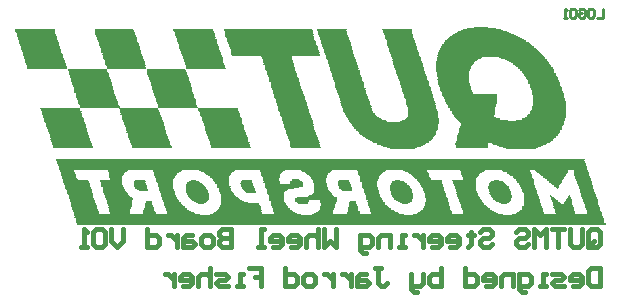
<source format=gbo>
G04*
G04 #@! TF.GenerationSoftware,Altium Limited,Altium Designer,21.5.1 (32)*
G04*
G04 Layer_Color=32896*
%FSLAX44Y44*%
%MOMM*%
G71*
G04*
G04 #@! TF.SameCoordinates,291158CD-1CAE-4BE2-80A8-EAB606698AEE*
G04*
G04*
G04 #@! TF.FilePolarity,Positive*
G04*
G01*
G75*
%ADD12C,0.2540*%
%ADD15C,0.3810*%
G36*
X299800Y754697D02*
X300355D01*
Y754142D01*
Y753587D01*
Y753032D01*
X300910D01*
Y752477D01*
Y751921D01*
Y751366D01*
X301465D01*
Y750811D01*
Y750256D01*
X302021D01*
Y749700D01*
Y749145D01*
Y748590D01*
Y748035D01*
X302576D01*
Y747480D01*
X302021D01*
Y746924D01*
Y746369D01*
X303131D01*
Y745814D01*
Y745259D01*
Y744703D01*
Y744148D01*
Y743593D01*
X303686D01*
Y743038D01*
Y742483D01*
Y741927D01*
X304242D01*
Y741372D01*
Y740817D01*
Y740262D01*
X304797D01*
Y739706D01*
Y739151D01*
Y738596D01*
X305352D01*
Y738041D01*
Y737486D01*
X305907D01*
Y736930D01*
Y736375D01*
Y735820D01*
X306462D01*
Y735265D01*
Y734709D01*
Y734154D01*
X307018D01*
Y733599D01*
Y733044D01*
X307573D01*
Y732488D01*
Y731933D01*
Y731378D01*
X308128D01*
Y730823D01*
Y730267D01*
Y729712D01*
Y729157D01*
X308683D01*
Y728602D01*
Y728047D01*
Y727491D01*
Y726936D01*
Y726381D01*
X309794D01*
Y725826D01*
X309238D01*
Y725270D01*
Y724715D01*
X309794D01*
Y724160D01*
Y723605D01*
Y723050D01*
X310349D01*
Y722494D01*
Y721939D01*
X310904D01*
Y721384D01*
X277035D01*
Y721939D01*
Y722494D01*
Y723050D01*
Y723605D01*
Y724160D01*
X276480D01*
Y724715D01*
Y725270D01*
X275925D01*
Y725826D01*
Y726381D01*
Y726936D01*
X275370D01*
Y727491D01*
Y728047D01*
Y728602D01*
Y729157D01*
X274814D01*
Y729712D01*
Y730267D01*
X274259D01*
Y730823D01*
Y731378D01*
Y731933D01*
X273704D01*
Y732488D01*
Y733044D01*
Y733599D01*
X273149D01*
Y734154D01*
Y734709D01*
Y735265D01*
X272593D01*
Y735820D01*
Y736375D01*
X272038D01*
Y736930D01*
Y737486D01*
Y738041D01*
X271483D01*
Y738596D01*
Y739151D01*
Y739706D01*
Y740262D01*
Y740817D01*
X270928D01*
Y741372D01*
Y741927D01*
Y742483D01*
X270373D01*
Y743038D01*
Y743593D01*
Y744148D01*
X269817D01*
Y744703D01*
Y745259D01*
Y745814D01*
X269262D01*
Y746369D01*
Y746924D01*
X268707D01*
Y747480D01*
Y748035D01*
Y748590D01*
Y749145D01*
X268152D01*
Y749700D01*
Y750256D01*
Y750811D01*
X267596D01*
Y751366D01*
Y751921D01*
Y752477D01*
X267041D01*
Y753032D01*
Y753587D01*
X266486D01*
Y754142D01*
Y754697D01*
Y755253D01*
X299800D01*
Y754697D01*
D02*
G37*
G36*
X232617D02*
Y754142D01*
X233172D01*
Y753587D01*
Y753032D01*
Y752477D01*
X233728D01*
Y751921D01*
Y751366D01*
Y750811D01*
X234283D01*
Y750256D01*
Y749700D01*
X234838D01*
Y749145D01*
Y748590D01*
Y748035D01*
X235393D01*
Y747480D01*
Y746924D01*
Y746369D01*
Y745814D01*
X235949D01*
Y745259D01*
Y744703D01*
Y744148D01*
X236504D01*
Y743593D01*
Y743038D01*
X237059D01*
Y742483D01*
Y741927D01*
Y741372D01*
Y740817D01*
Y740262D01*
X238169D01*
Y739706D01*
Y739151D01*
X237614D01*
Y738596D01*
X238169D01*
Y738041D01*
Y737486D01*
Y736930D01*
X238725D01*
Y736375D01*
Y735820D01*
Y735265D01*
X239280D01*
Y734709D01*
Y734154D01*
Y733599D01*
X239835D01*
Y733044D01*
Y732488D01*
X240390D01*
Y731933D01*
Y731378D01*
Y730823D01*
X240946D01*
Y730267D01*
Y729712D01*
Y729157D01*
X241501D01*
Y728602D01*
Y728047D01*
X242056D01*
Y727491D01*
Y726936D01*
Y726381D01*
Y725826D01*
Y725270D01*
Y724715D01*
Y724160D01*
X243167D01*
Y723605D01*
X242611D01*
Y723050D01*
X243167D01*
Y722494D01*
Y721939D01*
Y721384D01*
X276480D01*
Y720829D01*
Y720274D01*
X277035D01*
Y719718D01*
Y719163D01*
Y718608D01*
X277591D01*
Y718053D01*
Y717497D01*
X278146D01*
Y716942D01*
Y716387D01*
Y715832D01*
X278701D01*
Y715276D01*
Y714721D01*
Y714166D01*
X279256D01*
Y713611D01*
Y713055D01*
Y712500D01*
X279811D01*
Y711945D01*
Y711390D01*
Y710835D01*
X280367D01*
Y710279D01*
Y709724D01*
Y709169D01*
X280922D01*
Y708614D01*
Y708058D01*
Y707503D01*
Y706948D01*
Y706393D01*
X281477D01*
Y705838D01*
X282032D01*
Y705282D01*
X281477D01*
Y704727D01*
X282032D01*
Y704172D01*
Y703617D01*
Y703061D01*
X282588D01*
Y702506D01*
Y701951D01*
Y701396D01*
X283143D01*
Y700841D01*
Y700285D01*
X283698D01*
Y699730D01*
Y699175D01*
Y698620D01*
X284253D01*
Y698064D01*
Y697509D01*
Y696954D01*
X284809D01*
Y696399D01*
Y695844D01*
Y695288D01*
X285364D01*
Y694733D01*
Y694178D01*
X285919D01*
Y693623D01*
Y693067D01*
Y692512D01*
Y691957D01*
Y691402D01*
Y690846D01*
X287029D01*
Y690291D01*
X286474D01*
Y689736D01*
Y689181D01*
X287029D01*
Y688625D01*
Y688070D01*
X253716D01*
Y688625D01*
Y689181D01*
Y689736D01*
Y690291D01*
X253161D01*
Y690846D01*
Y691402D01*
X252605D01*
Y691957D01*
Y692512D01*
Y693067D01*
X252050D01*
Y693623D01*
Y694178D01*
Y694733D01*
X251495D01*
Y695288D01*
Y695844D01*
Y696399D01*
X250940D01*
Y696954D01*
Y697509D01*
Y698064D01*
X250384D01*
Y698620D01*
Y699175D01*
X249829D01*
Y699730D01*
X250384D01*
Y700285D01*
Y700841D01*
X249274D01*
Y701396D01*
Y701951D01*
Y702506D01*
Y703061D01*
Y703617D01*
X248719D01*
Y704172D01*
Y704727D01*
Y705282D01*
X248164D01*
Y705838D01*
Y706393D01*
Y706948D01*
X247608D01*
Y707503D01*
Y708058D01*
Y708614D01*
X247053D01*
Y709169D01*
Y709724D01*
Y710279D01*
X246498D01*
Y710835D01*
Y711390D01*
Y711945D01*
X245943D01*
Y712500D01*
Y713055D01*
Y713611D01*
X245387D01*
Y714166D01*
Y714721D01*
X244832D01*
Y715276D01*
Y715832D01*
Y716387D01*
X244277D01*
Y716942D01*
Y717497D01*
Y718053D01*
X243722D01*
Y718608D01*
Y719163D01*
Y719718D01*
Y720274D01*
Y720829D01*
X242611D01*
Y721384D01*
X210408D01*
Y720829D01*
Y720274D01*
Y719718D01*
Y719163D01*
Y718608D01*
X210963D01*
Y718053D01*
Y717497D01*
X211519D01*
Y716942D01*
Y716387D01*
Y715832D01*
X212074D01*
Y715276D01*
Y714721D01*
Y714166D01*
X212629D01*
Y713611D01*
Y713055D01*
Y712500D01*
X213184D01*
Y711945D01*
Y711390D01*
Y710835D01*
X213739D01*
Y710279D01*
Y709724D01*
X214295D01*
Y709169D01*
Y708614D01*
Y708058D01*
X214850D01*
Y707503D01*
X214295D01*
Y706948D01*
X215405D01*
Y706393D01*
Y705838D01*
Y705282D01*
Y704727D01*
Y704172D01*
Y703617D01*
Y703061D01*
X215960D01*
Y702506D01*
Y701951D01*
Y701396D01*
X216516D01*
Y700841D01*
Y700285D01*
X217071D01*
Y699730D01*
Y699175D01*
Y698620D01*
X217626D01*
Y698064D01*
Y697509D01*
Y696954D01*
X218181D01*
Y696399D01*
Y695844D01*
Y695288D01*
X218736D01*
Y694733D01*
Y694178D01*
X219292D01*
Y693623D01*
Y693067D01*
Y692512D01*
X219847D01*
Y691957D01*
Y691402D01*
Y690846D01*
X220402D01*
Y690291D01*
Y689736D01*
X220957D01*
Y689181D01*
Y688625D01*
Y688070D01*
X253716D01*
Y687515D01*
Y686960D01*
Y686405D01*
X254271D01*
Y685849D01*
Y685294D01*
Y684739D01*
X254826D01*
Y684184D01*
Y683628D01*
X255382D01*
Y683073D01*
Y682518D01*
Y681963D01*
X255937D01*
Y681408D01*
Y680852D01*
Y680297D01*
X256492D01*
Y679742D01*
Y679187D01*
X257047D01*
Y678632D01*
Y678076D01*
Y677521D01*
X257602D01*
Y676966D01*
Y676411D01*
Y675855D01*
X258158D01*
Y675300D01*
Y674745D01*
Y674190D01*
X258713D01*
Y673634D01*
X258158D01*
Y673079D01*
X258713D01*
Y672524D01*
X259268D01*
Y671969D01*
Y671413D01*
Y670858D01*
Y670303D01*
Y669748D01*
X259823D01*
Y669193D01*
Y668637D01*
Y668082D01*
Y667527D01*
X260378D01*
Y666972D01*
Y666416D01*
X260934D01*
Y665861D01*
Y665306D01*
Y664751D01*
X261489D01*
Y664195D01*
Y663640D01*
Y663085D01*
X262044D01*
Y662530D01*
Y661975D01*
X262599D01*
Y661419D01*
Y660864D01*
Y660309D01*
X263155D01*
Y659754D01*
Y659199D01*
Y658643D01*
X263710D01*
Y658088D01*
Y657533D01*
Y656978D01*
X264265D01*
Y656422D01*
Y655867D01*
X264820D01*
Y655312D01*
Y654757D01*
Y654202D01*
X231507D01*
Y654757D01*
X230951D01*
Y655312D01*
Y655867D01*
Y656422D01*
X230396D01*
Y656978D01*
Y657533D01*
Y658088D01*
X229841D01*
Y658643D01*
Y659199D01*
X229286D01*
Y659754D01*
Y660309D01*
Y660864D01*
X228731D01*
Y661419D01*
Y661975D01*
Y662530D01*
X228175D01*
Y663085D01*
Y663640D01*
X227620D01*
Y664195D01*
Y664751D01*
Y665306D01*
Y665861D01*
Y666416D01*
Y666972D01*
X226510D01*
Y667527D01*
X227065D01*
Y668082D01*
Y668637D01*
X226510D01*
Y669193D01*
Y669748D01*
Y670303D01*
X225954D01*
Y670858D01*
Y671413D01*
Y671969D01*
X225399D01*
Y672524D01*
Y673079D01*
Y673634D01*
X224844D01*
Y674190D01*
Y674745D01*
Y675300D01*
X224289D01*
Y675855D01*
Y676411D01*
X223734D01*
Y676966D01*
Y677521D01*
Y678076D01*
X223178D01*
Y678632D01*
Y679187D01*
Y679742D01*
X222623D01*
Y680297D01*
Y680852D01*
Y681408D01*
Y681963D01*
Y682518D01*
X221513D01*
Y683073D01*
X222068D01*
Y683628D01*
Y684184D01*
X221513D01*
Y684739D01*
Y685294D01*
Y685849D01*
X220957D01*
Y686405D01*
Y686960D01*
X220402D01*
Y687515D01*
Y688070D01*
X187644D01*
Y687515D01*
Y686960D01*
Y686405D01*
Y685849D01*
Y685294D01*
X188754D01*
Y684739D01*
X188199D01*
Y684184D01*
Y683628D01*
X188754D01*
Y683073D01*
Y682518D01*
Y681963D01*
X189310D01*
Y681408D01*
Y680852D01*
Y680297D01*
X189865D01*
Y679742D01*
Y679187D01*
X190420D01*
Y678632D01*
Y678076D01*
Y677521D01*
X190975D01*
Y676966D01*
Y676411D01*
Y675855D01*
X191530D01*
Y675300D01*
Y674745D01*
Y674190D01*
X192086D01*
Y673634D01*
Y673079D01*
Y672524D01*
X192641D01*
Y671969D01*
Y671413D01*
X193196D01*
Y670858D01*
Y670303D01*
Y669748D01*
X193751D01*
Y669193D01*
X193196D01*
Y668637D01*
Y668082D01*
X194307D01*
Y667527D01*
X193751D01*
Y666972D01*
X194307D01*
Y666416D01*
Y665861D01*
Y665306D01*
X194862D01*
Y664751D01*
Y664195D01*
Y663640D01*
Y663085D01*
X195417D01*
Y662530D01*
Y661975D01*
X195972D01*
Y661419D01*
Y660864D01*
Y660309D01*
X196527D01*
Y659754D01*
Y659199D01*
Y658643D01*
X197083D01*
Y658088D01*
Y657533D01*
Y656978D01*
X197638D01*
Y656422D01*
Y655867D01*
X198193D01*
Y655312D01*
Y654757D01*
Y654202D01*
X164879D01*
Y654757D01*
X164324D01*
Y655312D01*
Y655867D01*
Y656422D01*
X163769D01*
Y656978D01*
Y657533D01*
Y658088D01*
X163214D01*
Y658643D01*
Y659199D01*
X162659D01*
Y659754D01*
Y660309D01*
Y660864D01*
X162103D01*
Y661419D01*
X162659D01*
Y661975D01*
Y662530D01*
X161548D01*
Y663085D01*
Y663640D01*
Y664195D01*
Y664751D01*
Y665306D01*
Y665861D01*
X160993D01*
Y666416D01*
Y666972D01*
Y667527D01*
X160438D01*
Y668082D01*
Y668637D01*
X159882D01*
Y669193D01*
Y669748D01*
Y670303D01*
X159327D01*
Y670858D01*
Y671413D01*
Y671969D01*
X158772D01*
Y672524D01*
Y673079D01*
Y673634D01*
X158217D01*
Y674190D01*
Y674745D01*
Y675300D01*
X157662D01*
Y675855D01*
Y676411D01*
X157106D01*
Y676966D01*
Y677521D01*
Y678076D01*
X156551D01*
Y678632D01*
X157106D01*
Y679187D01*
X156551D01*
Y679742D01*
X155996D01*
Y680297D01*
Y680852D01*
Y681408D01*
Y681963D01*
Y682518D01*
X154885D01*
Y683073D01*
X155441D01*
Y683628D01*
Y684184D01*
Y684739D01*
X154885D01*
Y685294D01*
Y685849D01*
X154330D01*
Y686405D01*
Y686960D01*
Y687515D01*
X153775D01*
Y688070D01*
X187089D01*
Y688625D01*
Y689181D01*
Y689736D01*
Y690291D01*
X186533D01*
Y690846D01*
Y691402D01*
X185978D01*
Y691957D01*
Y692512D01*
Y693067D01*
X185423D01*
Y693623D01*
Y694178D01*
Y694733D01*
X184868D01*
Y695288D01*
Y695844D01*
Y696399D01*
X184312D01*
Y696954D01*
Y697509D01*
Y698064D01*
X183757D01*
Y698620D01*
Y699175D01*
Y699730D01*
Y700285D01*
Y700841D01*
X182647D01*
Y701396D01*
X183202D01*
Y701951D01*
X182647D01*
Y702506D01*
Y703061D01*
Y703617D01*
X182092D01*
Y704172D01*
Y704727D01*
Y705282D01*
Y705838D01*
X181536D01*
Y706393D01*
Y706948D01*
Y707503D01*
X180981D01*
Y708058D01*
Y708614D01*
X180426D01*
Y709169D01*
Y709724D01*
Y710279D01*
X179871D01*
Y710835D01*
Y711390D01*
Y711945D01*
X179315D01*
Y712500D01*
Y713055D01*
Y713611D01*
X178760D01*
Y714166D01*
Y714721D01*
Y715276D01*
Y715832D01*
Y716387D01*
X177650D01*
Y716942D01*
X178205D01*
Y717497D01*
Y718053D01*
X177650D01*
Y718608D01*
Y719163D01*
X177094D01*
Y719718D01*
Y720274D01*
Y720829D01*
X176539D01*
Y721384D01*
X142670D01*
Y721939D01*
Y722494D01*
Y723050D01*
X142115D01*
Y723605D01*
Y724160D01*
Y724715D01*
X141560D01*
Y725270D01*
Y725826D01*
Y726381D01*
X141005D01*
Y726936D01*
Y727491D01*
Y728047D01*
X140449D01*
Y728602D01*
Y729157D01*
Y729712D01*
X139894D01*
Y730267D01*
Y730823D01*
Y731378D01*
Y731933D01*
Y732488D01*
X138784D01*
Y733044D01*
X139339D01*
Y733599D01*
Y734154D01*
X138784D01*
Y734709D01*
Y735265D01*
X138229D01*
Y735820D01*
Y736375D01*
Y736930D01*
X137673D01*
Y737486D01*
Y738041D01*
Y738596D01*
X137118D01*
Y739151D01*
Y739706D01*
Y740262D01*
X136563D01*
Y740817D01*
Y741372D01*
Y741927D01*
X136008D01*
Y742483D01*
Y743038D01*
X135452D01*
Y743593D01*
Y744148D01*
Y744703D01*
Y745259D01*
X134897D01*
Y745814D01*
Y746369D01*
Y746924D01*
Y747480D01*
Y748035D01*
X133787D01*
Y748590D01*
X134342D01*
Y749145D01*
Y749700D01*
X133787D01*
Y750256D01*
Y750811D01*
Y751366D01*
X133232D01*
Y751921D01*
Y752477D01*
X132676D01*
Y753032D01*
Y753587D01*
Y754142D01*
X132121D01*
Y754697D01*
Y755253D01*
X165990D01*
Y754697D01*
Y754142D01*
Y753587D01*
X166545D01*
Y753032D01*
Y752477D01*
Y751921D01*
Y751366D01*
Y750811D01*
X167100D01*
Y750256D01*
Y749700D01*
Y749145D01*
X167656D01*
Y748590D01*
Y748035D01*
Y747480D01*
X168211D01*
Y746924D01*
Y746369D01*
Y745814D01*
X168766D01*
Y745259D01*
Y744703D01*
Y744148D01*
X169321D01*
Y743593D01*
Y743038D01*
Y742483D01*
X169876D01*
Y741927D01*
Y741372D01*
Y740817D01*
X170432D01*
Y740262D01*
Y739706D01*
Y739151D01*
Y738596D01*
Y738041D01*
X171542D01*
Y737486D01*
Y736930D01*
Y736375D01*
Y735820D01*
Y735265D01*
Y734709D01*
X172097D01*
Y734154D01*
Y733599D01*
X172653D01*
Y733044D01*
Y732488D01*
Y731933D01*
X173208D01*
Y731378D01*
Y730823D01*
Y730267D01*
X173763D01*
Y729712D01*
Y729157D01*
Y728602D01*
X174318D01*
Y728047D01*
Y727491D01*
X174874D01*
Y726936D01*
Y726381D01*
Y725826D01*
X175429D01*
Y725270D01*
Y724715D01*
Y724160D01*
Y723605D01*
X175984D01*
Y723050D01*
Y722494D01*
X176539D01*
Y721939D01*
Y721384D01*
X209853D01*
Y721939D01*
Y722494D01*
Y723050D01*
Y723605D01*
X209298D01*
Y724160D01*
Y724715D01*
X208742D01*
Y725270D01*
Y725826D01*
Y726381D01*
Y726936D01*
X208187D01*
Y727491D01*
Y728047D01*
Y728602D01*
X207632D01*
Y729157D01*
Y729712D01*
X207077D01*
Y730267D01*
Y730823D01*
Y731378D01*
X206521D01*
Y731933D01*
Y732488D01*
Y733044D01*
X205966D01*
Y733599D01*
X206521D01*
Y734154D01*
Y734709D01*
X205411D01*
Y735265D01*
Y735820D01*
Y736375D01*
Y736930D01*
Y737486D01*
X204856D01*
Y738041D01*
Y738596D01*
Y739151D01*
X204301D01*
Y739706D01*
Y740262D01*
Y740817D01*
X203745D01*
Y741372D01*
Y741927D01*
X203190D01*
Y742483D01*
Y743038D01*
Y743593D01*
X202635D01*
Y744148D01*
Y744703D01*
Y745259D01*
X202080D01*
Y745814D01*
Y746369D01*
Y746924D01*
X201525D01*
Y747480D01*
Y748035D01*
Y748590D01*
X200969D01*
Y749145D01*
Y749700D01*
Y750256D01*
X200414D01*
Y750811D01*
Y751366D01*
Y751921D01*
X199859D01*
Y752477D01*
Y753032D01*
Y753587D01*
Y754142D01*
Y754697D01*
X199304D01*
Y755253D01*
X232617D01*
Y754697D01*
D02*
G37*
G36*
X468033D02*
Y754142D01*
Y753587D01*
Y753032D01*
Y752477D01*
X468589D01*
Y751921D01*
Y751366D01*
Y750811D01*
X469144D01*
Y750256D01*
Y749700D01*
X469699D01*
Y749145D01*
Y748590D01*
Y748035D01*
Y747480D01*
X470254D01*
Y746924D01*
Y746369D01*
Y745814D01*
X470810D01*
Y745259D01*
Y744703D01*
Y744148D01*
X471365D01*
Y743593D01*
Y743038D01*
X471920D01*
Y742483D01*
Y741927D01*
Y741372D01*
Y740817D01*
Y740262D01*
X473030D01*
Y739706D01*
X472475D01*
Y739151D01*
Y738596D01*
X473030D01*
Y738041D01*
Y737486D01*
Y736930D01*
X473586D01*
Y736375D01*
Y735820D01*
Y735265D01*
X474141D01*
Y734709D01*
Y734154D01*
Y733599D01*
X474696D01*
Y733044D01*
Y732488D01*
X475251D01*
Y731933D01*
Y731378D01*
Y730823D01*
X475807D01*
Y730267D01*
Y729712D01*
Y729157D01*
X476362D01*
Y728602D01*
Y728047D01*
Y727491D01*
X476917D01*
Y726936D01*
Y726381D01*
Y725826D01*
X477472D01*
Y725270D01*
Y724715D01*
Y724160D01*
X478027D01*
Y723605D01*
X477472D01*
Y723050D01*
X478583D01*
Y722494D01*
Y721939D01*
Y721384D01*
Y720829D01*
Y720274D01*
Y719718D01*
X479138D01*
Y719163D01*
Y718608D01*
Y718053D01*
X479693D01*
Y717497D01*
Y716942D01*
X480248D01*
Y716387D01*
Y715832D01*
Y715276D01*
X480804D01*
Y714721D01*
Y714166D01*
Y713611D01*
X481359D01*
Y713055D01*
Y712500D01*
Y711945D01*
X481914D01*
Y711390D01*
Y710835D01*
X482469D01*
Y710279D01*
Y709724D01*
Y709169D01*
X483024D01*
Y708614D01*
Y708058D01*
Y707503D01*
Y706948D01*
X483580D01*
Y706393D01*
Y705838D01*
X484135D01*
Y705282D01*
Y704727D01*
Y704172D01*
Y703617D01*
Y703061D01*
Y702506D01*
X485245D01*
Y701951D01*
X484690D01*
Y701396D01*
X485245D01*
Y700841D01*
Y700285D01*
Y699730D01*
X485801D01*
Y699175D01*
Y698620D01*
Y698064D01*
X486356D01*
Y697509D01*
Y696954D01*
Y696399D01*
X486911D01*
Y695844D01*
Y695288D01*
X487466D01*
Y694733D01*
Y694178D01*
Y693623D01*
X488022D01*
Y693067D01*
Y692512D01*
Y691957D01*
X488577D01*
Y691402D01*
X488022D01*
Y690846D01*
X488577D01*
Y690291D01*
X489132D01*
Y689736D01*
Y689181D01*
Y688625D01*
Y688070D01*
Y687515D01*
Y686960D01*
X489687D01*
Y686405D01*
Y685849D01*
Y685294D01*
X490243D01*
Y684739D01*
Y684184D01*
Y683628D01*
Y683073D01*
X490798D01*
Y682518D01*
Y681963D01*
Y681408D01*
Y680852D01*
Y680297D01*
Y679742D01*
X491353D01*
Y679187D01*
Y678632D01*
Y678076D01*
Y677521D01*
Y676966D01*
Y676411D01*
Y675855D01*
Y675300D01*
Y674745D01*
Y674190D01*
X490798D01*
Y673634D01*
Y673079D01*
Y672524D01*
Y671969D01*
Y671413D01*
X490243D01*
Y670858D01*
Y670303D01*
Y669748D01*
X489687D01*
Y669193D01*
Y668637D01*
X489132D01*
Y668082D01*
Y667527D01*
Y666972D01*
Y666416D01*
X488022D01*
Y665861D01*
X488577D01*
Y665306D01*
X488022D01*
Y664751D01*
Y664195D01*
X487466D01*
Y663640D01*
X486356D01*
Y663085D01*
Y662530D01*
X485801D01*
Y661975D01*
X485245D01*
Y661419D01*
Y660864D01*
X484690D01*
Y660309D01*
X484135D01*
Y659754D01*
X483024D01*
Y659199D01*
X482469D01*
Y658643D01*
X481914D01*
Y658088D01*
X480248D01*
Y657533D01*
X479693D01*
Y656978D01*
X478583D01*
Y656422D01*
X477472D01*
Y655867D01*
X476362D01*
Y655312D01*
X474696D01*
Y654757D01*
X473030D01*
Y654202D01*
X471365D01*
Y653646D01*
X469144D01*
Y653091D01*
X452487D01*
Y653646D01*
X449711D01*
Y654202D01*
X446935D01*
Y654757D01*
X445824D01*
Y655312D01*
X444159D01*
Y655867D01*
X442493D01*
Y656422D01*
X440827D01*
Y656978D01*
X439162D01*
Y657533D01*
X438606D01*
Y658088D01*
X436385D01*
Y658643D01*
X435275D01*
Y659199D01*
X434165D01*
Y659754D01*
X433609D01*
Y660309D01*
X432499D01*
Y660864D01*
X431388D01*
Y661419D01*
X430833D01*
Y661975D01*
X429723D01*
Y662530D01*
X429168D01*
Y663085D01*
X428612D01*
Y663640D01*
X426947D01*
Y664195D01*
X426391D01*
Y664751D01*
X425836D01*
Y665306D01*
X424726D01*
Y665861D01*
Y666416D01*
X423615D01*
Y666972D01*
Y667527D01*
X422505D01*
Y668082D01*
Y668637D01*
X421394D01*
Y669193D01*
X420839D01*
Y669748D01*
Y670303D01*
X419729D01*
Y670858D01*
X419173D01*
Y671413D01*
Y671969D01*
X418063D01*
Y672524D01*
Y673079D01*
X417508D01*
Y673634D01*
Y674190D01*
X416397D01*
Y674745D01*
Y675300D01*
X415842D01*
Y675855D01*
X415287D01*
Y676411D01*
X414732D01*
Y676966D01*
Y677521D01*
X414176D01*
Y678076D01*
Y678632D01*
Y679187D01*
X413621D01*
Y679742D01*
X413066D01*
Y680297D01*
Y680852D01*
X412511D01*
Y681408D01*
Y681963D01*
X411955D01*
Y682518D01*
Y683073D01*
X411400D01*
Y683628D01*
Y684184D01*
X410845D01*
Y684739D01*
X410290D01*
Y685294D01*
Y685849D01*
Y686405D01*
X409735D01*
Y686960D01*
Y687515D01*
Y688070D01*
X409179D01*
Y688625D01*
Y689181D01*
Y689736D01*
X408624D01*
Y690291D01*
Y690846D01*
Y691402D01*
Y691957D01*
Y692512D01*
X407514D01*
Y693067D01*
X408069D01*
Y693623D01*
Y694178D01*
X407514D01*
Y694733D01*
Y695288D01*
Y695844D01*
Y696399D01*
X406958D01*
Y696954D01*
Y697509D01*
X406403D01*
Y698064D01*
Y698620D01*
Y699175D01*
X405848D01*
Y699730D01*
Y700285D01*
Y700841D01*
X405293D01*
Y701396D01*
Y701951D01*
X404738D01*
Y702506D01*
Y703061D01*
Y703617D01*
X404182D01*
Y704172D01*
Y704727D01*
Y705282D01*
X403627D01*
Y705838D01*
Y706393D01*
Y706948D01*
X403072D01*
Y707503D01*
Y708058D01*
Y708614D01*
Y709169D01*
Y709724D01*
X401961D01*
Y710279D01*
X402517D01*
Y710835D01*
Y711390D01*
X401961D01*
Y711945D01*
Y712500D01*
X401406D01*
Y713055D01*
Y713611D01*
Y714166D01*
X400851D01*
Y714721D01*
Y715276D01*
Y715832D01*
Y716387D01*
X400296D01*
Y716942D01*
Y717497D01*
Y718053D01*
X399740D01*
Y718608D01*
Y719163D01*
X399185D01*
Y719718D01*
Y720274D01*
Y720829D01*
X398630D01*
Y721384D01*
Y721939D01*
Y722494D01*
X398075D01*
Y723050D01*
Y723605D01*
Y724160D01*
Y724715D01*
Y725270D01*
X397520D01*
Y725826D01*
Y726381D01*
Y726936D01*
X396964D01*
Y727491D01*
Y728047D01*
Y728602D01*
X396409D01*
Y729157D01*
Y729712D01*
X395854D01*
Y730267D01*
Y730823D01*
Y731378D01*
X395299D01*
Y731933D01*
Y732488D01*
Y733044D01*
X394743D01*
Y733599D01*
Y734154D01*
Y734709D01*
X394188D01*
Y735265D01*
Y735820D01*
Y736375D01*
X393633D01*
Y736930D01*
Y737486D01*
Y738041D01*
X393078D01*
Y738596D01*
Y739151D01*
Y739706D01*
X392523D01*
Y740262D01*
Y740817D01*
Y741372D01*
Y741927D01*
Y742483D01*
X391412D01*
Y743038D01*
Y743593D01*
Y744148D01*
Y744703D01*
Y745259D01*
Y745814D01*
X390857D01*
Y746369D01*
Y746924D01*
X390302D01*
Y747480D01*
Y748035D01*
Y748590D01*
X389746D01*
Y749145D01*
Y749700D01*
Y750256D01*
X389191D01*
Y750811D01*
Y751366D01*
Y751921D01*
X388636D01*
Y752477D01*
Y753032D01*
X388081D01*
Y753587D01*
Y754142D01*
Y754697D01*
X387525D01*
Y755253D01*
X411955D01*
Y754697D01*
X413066D01*
Y754142D01*
X412511D01*
Y753587D01*
Y753032D01*
X413621D01*
Y752477D01*
X413066D01*
Y751921D01*
X413621D01*
Y751366D01*
Y750811D01*
Y750256D01*
X414176D01*
Y749700D01*
Y749145D01*
Y748590D01*
X414732D01*
Y748035D01*
Y747480D01*
Y746924D01*
X415287D01*
Y746369D01*
Y745814D01*
Y745259D01*
X415842D01*
Y744703D01*
Y744148D01*
Y743593D01*
X416397D01*
Y743038D01*
Y742483D01*
Y741927D01*
X416953D01*
Y741372D01*
Y740817D01*
Y740262D01*
X417508D01*
Y739706D01*
Y739151D01*
Y738596D01*
Y738041D01*
Y737486D01*
X418618D01*
Y736930D01*
X418063D01*
Y736375D01*
Y735820D01*
X418618D01*
Y735265D01*
Y734709D01*
Y734154D01*
X419173D01*
Y733599D01*
Y733044D01*
X419729D01*
Y732488D01*
Y731933D01*
Y731378D01*
X420284D01*
Y730823D01*
Y730267D01*
Y729712D01*
X420839D01*
Y729157D01*
Y728602D01*
Y728047D01*
X421394D01*
Y727491D01*
Y726936D01*
X421950D01*
Y726381D01*
Y725826D01*
Y725270D01*
Y724715D01*
X422505D01*
Y724160D01*
Y723605D01*
Y723050D01*
X423060D01*
Y722494D01*
Y721939D01*
X423615D01*
Y721384D01*
X423060D01*
Y720829D01*
Y720274D01*
X424170D01*
Y719718D01*
Y719163D01*
Y718608D01*
Y718053D01*
Y717497D01*
X424726D01*
Y716942D01*
Y716387D01*
Y715832D01*
X425281D01*
Y715276D01*
Y714721D01*
Y714166D01*
X425836D01*
Y713611D01*
Y713055D01*
Y712500D01*
X426391D01*
Y711945D01*
Y711390D01*
Y710835D01*
X426947D01*
Y710279D01*
Y709724D01*
X427502D01*
Y709169D01*
Y708614D01*
Y708058D01*
X428057D01*
Y707503D01*
Y706948D01*
Y706393D01*
Y705838D01*
Y705282D01*
Y704727D01*
X429168D01*
Y704172D01*
X428612D01*
Y703617D01*
Y703061D01*
X429168D01*
Y702506D01*
Y701951D01*
Y701396D01*
X429723D01*
Y700841D01*
Y700285D01*
X430278D01*
Y699730D01*
Y699175D01*
Y698620D01*
X430833D01*
Y698064D01*
Y697509D01*
Y696954D01*
X431388D01*
Y696399D01*
Y695844D01*
Y695288D01*
X431944D01*
Y694733D01*
Y694178D01*
X432499D01*
Y693623D01*
Y693067D01*
Y692512D01*
X433054D01*
Y691957D01*
Y691402D01*
Y690846D01*
X433609D01*
Y690291D01*
Y689736D01*
X434165D01*
Y689181D01*
X433609D01*
Y688625D01*
Y688070D01*
X434720D01*
Y687515D01*
Y686960D01*
Y686405D01*
Y685849D01*
Y685294D01*
X435275D01*
Y684739D01*
Y684184D01*
X436385D01*
Y683628D01*
X436941D01*
Y683073D01*
Y682518D01*
X437496D01*
Y681963D01*
X438051D01*
Y681408D01*
X438606D01*
Y680852D01*
X439717D01*
Y680297D01*
X440272D01*
Y679742D01*
X440827D01*
Y679187D01*
X442493D01*
Y678632D01*
X443048D01*
Y678076D01*
X444714D01*
Y677521D01*
X446380D01*
Y676966D01*
X447490D01*
Y676411D01*
X450266D01*
Y675855D01*
X456374D01*
Y676411D01*
X458595D01*
Y676966D01*
X460260D01*
Y677521D01*
X461371D01*
Y678076D01*
X462481D01*
Y678632D01*
X463036D01*
Y679187D01*
X463592D01*
Y679742D01*
X464147D01*
Y680297D01*
Y680852D01*
X464702D01*
Y681408D01*
Y681963D01*
X465257D01*
Y682518D01*
Y683073D01*
Y683628D01*
Y684184D01*
Y684739D01*
Y685294D01*
Y685849D01*
Y686405D01*
Y686960D01*
Y687515D01*
X464702D01*
Y688070D01*
Y688625D01*
Y689181D01*
X464147D01*
Y689736D01*
Y690291D01*
Y690846D01*
X463592D01*
Y691402D01*
Y691957D01*
X463036D01*
Y692512D01*
Y693067D01*
Y693623D01*
Y694178D01*
Y694733D01*
Y695288D01*
X462481D01*
Y695844D01*
Y696399D01*
Y696954D01*
X461926D01*
Y697509D01*
Y698064D01*
Y698620D01*
X461371D01*
Y699175D01*
Y699730D01*
Y700285D01*
X460815D01*
Y700841D01*
Y701396D01*
Y701951D01*
X460260D01*
Y702506D01*
Y703061D01*
X459705D01*
Y703617D01*
Y704172D01*
Y704727D01*
X459150D01*
Y705282D01*
Y705838D01*
Y706393D01*
X458595D01*
Y706948D01*
X459150D01*
Y707503D01*
X458039D01*
Y708058D01*
Y708614D01*
Y709169D01*
Y709724D01*
Y710279D01*
Y710835D01*
X457484D01*
Y711390D01*
Y711945D01*
Y712500D01*
X456374D01*
Y713055D01*
X456929D01*
Y713611D01*
X456374D01*
Y714166D01*
Y714721D01*
Y715276D01*
X455818D01*
Y715832D01*
Y716387D01*
Y716942D01*
X455263D01*
Y717497D01*
Y718053D01*
Y718608D01*
Y719163D01*
X454708D01*
Y719718D01*
Y720274D01*
X454153D01*
Y720829D01*
Y721384D01*
Y721939D01*
X453597D01*
Y722494D01*
Y723050D01*
Y723605D01*
X453042D01*
Y724160D01*
Y724715D01*
X452487D01*
Y725270D01*
Y725826D01*
Y726381D01*
Y726936D01*
Y727491D01*
Y728047D01*
X451377D01*
Y728602D01*
X451932D01*
Y729157D01*
Y729712D01*
X451377D01*
Y730267D01*
Y730823D01*
Y731378D01*
X450821D01*
Y731933D01*
Y732488D01*
X450266D01*
Y733044D01*
Y733599D01*
Y734154D01*
X449711D01*
Y734709D01*
Y735265D01*
X449156D01*
Y735820D01*
Y736375D01*
Y736930D01*
X448600D01*
Y737486D01*
Y738041D01*
Y738596D01*
Y739151D01*
X448045D01*
Y739706D01*
Y740262D01*
Y740817D01*
X447490D01*
Y741372D01*
Y741927D01*
X446935D01*
Y742483D01*
Y743038D01*
Y743593D01*
Y744148D01*
Y744703D01*
Y745259D01*
X445824D01*
Y745814D01*
X446380D01*
Y746369D01*
X445824D01*
Y746924D01*
Y747480D01*
Y748035D01*
X445269D01*
Y748590D01*
Y749145D01*
Y749700D01*
X444714D01*
Y750256D01*
Y750811D01*
Y751366D01*
X444159D01*
Y751921D01*
Y752477D01*
X443603D01*
Y753032D01*
Y753587D01*
Y754142D01*
X443048D01*
Y754697D01*
Y755253D01*
X468033D01*
Y754697D01*
D02*
G37*
G36*
X383639D02*
Y754142D01*
X384194D01*
Y753587D01*
Y753032D01*
Y752477D01*
Y751921D01*
Y751366D01*
Y750811D01*
X385305D01*
Y750256D01*
X384749D01*
Y749700D01*
Y749145D01*
X385305D01*
Y748590D01*
Y748035D01*
Y747480D01*
X385860D01*
Y746924D01*
Y746369D01*
Y745814D01*
X386415D01*
Y745259D01*
Y744703D01*
X386970D01*
Y744148D01*
Y743593D01*
Y743038D01*
X387525D01*
Y742483D01*
Y741927D01*
Y741372D01*
X388081D01*
Y740817D01*
Y740262D01*
X388636D01*
Y739706D01*
Y739151D01*
Y738596D01*
X389191D01*
Y738041D01*
Y737486D01*
Y736930D01*
X389746D01*
Y736375D01*
Y735820D01*
Y735265D01*
X390302D01*
Y734709D01*
X389746D01*
Y734154D01*
Y733599D01*
X390857D01*
Y733044D01*
Y732488D01*
Y731933D01*
X366427D01*
Y731378D01*
Y730823D01*
Y730267D01*
X366982D01*
Y729712D01*
Y729157D01*
Y728602D01*
X367537D01*
Y728047D01*
Y727491D01*
X368092D01*
Y726936D01*
Y726381D01*
Y725826D01*
X368648D01*
Y725270D01*
Y724715D01*
Y724160D01*
Y723605D01*
Y723050D01*
X369758D01*
Y722494D01*
X369203D01*
Y721939D01*
Y721384D01*
X369758D01*
Y720829D01*
Y720274D01*
Y719718D01*
X370313D01*
Y719163D01*
Y718608D01*
Y718053D01*
Y717497D01*
X370869D01*
Y716942D01*
Y716387D01*
X371424D01*
Y715832D01*
Y715276D01*
Y714721D01*
X371979D01*
Y714166D01*
Y713611D01*
Y713055D01*
X372534D01*
Y712500D01*
Y711945D01*
X373090D01*
Y711390D01*
Y710835D01*
Y710279D01*
X373645D01*
Y709724D01*
Y709169D01*
Y708614D01*
Y708058D01*
Y707503D01*
Y706948D01*
X374755D01*
Y706393D01*
X374200D01*
Y705838D01*
X374755D01*
Y705282D01*
Y704727D01*
Y704172D01*
X375311D01*
Y703617D01*
Y703061D01*
Y702506D01*
X375866D01*
Y701951D01*
Y701396D01*
Y700841D01*
X376421D01*
Y700285D01*
Y699730D01*
X376976D01*
Y699175D01*
Y698620D01*
Y698064D01*
X377531D01*
Y697509D01*
Y696954D01*
Y696399D01*
Y695844D01*
X378087D01*
Y695288D01*
Y694733D01*
X378642D01*
Y694178D01*
Y693623D01*
Y693067D01*
X379197D01*
Y692512D01*
Y691957D01*
Y691402D01*
Y690846D01*
Y690291D01*
Y689736D01*
X380308D01*
Y689181D01*
Y688625D01*
Y688070D01*
Y687515D01*
Y686960D01*
X380863D01*
Y686405D01*
Y685849D01*
Y685294D01*
X381418D01*
Y684739D01*
Y684184D01*
X381973D01*
Y683628D01*
Y683073D01*
Y682518D01*
X382528D01*
Y681963D01*
Y681408D01*
Y680852D01*
X383084D01*
Y680297D01*
Y679742D01*
Y679187D01*
X383639D01*
Y678632D01*
Y678076D01*
X384194D01*
Y677521D01*
Y676966D01*
Y676411D01*
Y675855D01*
X384749D01*
Y675300D01*
X384194D01*
Y674745D01*
Y674190D01*
X385305D01*
Y673634D01*
X384749D01*
Y673079D01*
X385305D01*
Y672524D01*
Y671969D01*
Y671413D01*
X385860D01*
Y670858D01*
Y670303D01*
Y669748D01*
X386415D01*
Y669193D01*
Y668637D01*
Y668082D01*
X386970D01*
Y667527D01*
Y666972D01*
X387525D01*
Y666416D01*
Y665861D01*
Y665306D01*
X388081D01*
Y664751D01*
Y664195D01*
Y663640D01*
X388636D01*
Y663085D01*
Y662530D01*
Y661975D01*
X389191D01*
Y661419D01*
Y660864D01*
X389746D01*
Y660309D01*
Y659754D01*
Y659199D01*
X390302D01*
Y658643D01*
X389746D01*
Y658088D01*
Y657533D01*
X390857D01*
Y656978D01*
Y656422D01*
Y655867D01*
Y655312D01*
Y654757D01*
X391412D01*
Y654202D01*
X365872D01*
Y654757D01*
Y655312D01*
X365316D01*
Y655867D01*
Y656422D01*
Y656978D01*
X364761D01*
Y657533D01*
Y658088D01*
Y658643D01*
Y659199D01*
Y659754D01*
X363651D01*
Y660309D01*
X364206D01*
Y660864D01*
Y661419D01*
X363651D01*
Y661975D01*
Y662530D01*
Y663085D01*
X363096D01*
Y663640D01*
Y664195D01*
X362540D01*
Y664751D01*
Y665306D01*
Y665861D01*
X361985D01*
Y666416D01*
Y666972D01*
Y667527D01*
X361430D01*
Y668082D01*
Y668637D01*
Y669193D01*
X360875D01*
Y669748D01*
Y670303D01*
Y670858D01*
X360319D01*
Y671413D01*
Y671969D01*
Y672524D01*
X359764D01*
Y673079D01*
Y673634D01*
Y674190D01*
X359209D01*
Y674745D01*
Y675300D01*
Y675855D01*
Y676411D01*
Y676966D01*
X358098D01*
Y677521D01*
X358654D01*
Y678076D01*
Y678632D01*
X358098D01*
Y679187D01*
Y679742D01*
Y680297D01*
X357543D01*
Y680852D01*
Y681408D01*
X356988D01*
Y681963D01*
Y682518D01*
Y683073D01*
X356433D01*
Y683628D01*
Y684184D01*
Y684739D01*
X355877D01*
Y685294D01*
Y685849D01*
X355322D01*
Y686405D01*
Y686960D01*
Y687515D01*
Y688070D01*
X354767D01*
Y688625D01*
Y689181D01*
Y689736D01*
X354212D01*
Y690291D01*
Y690846D01*
Y691402D01*
Y691957D01*
Y692512D01*
X353101D01*
Y693067D01*
X353657D01*
Y693623D01*
Y694178D01*
X353101D01*
Y694733D01*
Y695288D01*
Y695844D01*
X352546D01*
Y696399D01*
Y696954D01*
X351991D01*
Y697509D01*
Y698064D01*
Y698620D01*
X351436D01*
Y699175D01*
Y699730D01*
Y700285D01*
X350881D01*
Y700841D01*
Y701396D01*
Y701951D01*
X350325D01*
Y702506D01*
Y703061D01*
X349770D01*
Y703617D01*
Y704172D01*
Y704727D01*
X349215D01*
Y705282D01*
Y705838D01*
Y706393D01*
X348660D01*
Y706948D01*
Y707503D01*
Y708058D01*
Y708614D01*
Y709169D01*
Y709724D01*
X347549D01*
Y710279D01*
Y710835D01*
Y711390D01*
Y711945D01*
Y712500D01*
X346994D01*
Y713055D01*
Y713611D01*
Y714166D01*
X346439D01*
Y714721D01*
Y715276D01*
Y715832D01*
X345883D01*
Y716387D01*
Y716942D01*
Y717497D01*
X345328D01*
Y718053D01*
Y718608D01*
Y719163D01*
X344773D01*
Y719718D01*
Y720274D01*
X344218D01*
Y720829D01*
Y721384D01*
Y721939D01*
X343663D01*
Y722494D01*
Y723050D01*
Y723605D01*
Y724160D01*
Y724715D01*
X342552D01*
Y725270D01*
X343107D01*
Y725826D01*
Y726381D01*
X341997D01*
Y726936D01*
Y727491D01*
Y728047D01*
Y728602D01*
Y729157D01*
Y729712D01*
X341442D01*
Y730267D01*
Y730823D01*
Y731378D01*
X340886D01*
Y731933D01*
X315901D01*
Y732488D01*
Y733044D01*
X315346D01*
Y733599D01*
Y734154D01*
Y734709D01*
Y735265D01*
Y735820D01*
X314791D01*
Y736375D01*
Y736930D01*
Y737486D01*
Y738041D01*
X314235D01*
Y738596D01*
Y739151D01*
Y739706D01*
X313680D01*
Y740262D01*
Y740817D01*
X313125D01*
Y741372D01*
Y741927D01*
Y742483D01*
X312570D01*
Y743038D01*
Y743593D01*
Y744148D01*
X312015D01*
Y744703D01*
Y745259D01*
Y745814D01*
X311459D01*
Y746369D01*
Y746924D01*
X310904D01*
Y747480D01*
Y748035D01*
Y748590D01*
X310349D01*
Y749145D01*
Y749700D01*
Y750256D01*
Y750811D01*
Y751366D01*
Y751921D01*
X309794D01*
Y752477D01*
Y753032D01*
X309238D01*
Y753587D01*
Y754142D01*
Y754697D01*
X308683D01*
Y755253D01*
X383639D01*
Y754697D01*
D02*
G37*
G36*
X320898Y687515D02*
Y686960D01*
X321454D01*
Y686405D01*
Y685849D01*
Y685294D01*
X322009D01*
Y684739D01*
Y684184D01*
X322564D01*
Y683628D01*
Y683073D01*
Y682518D01*
X323119D01*
Y681963D01*
Y681408D01*
Y680852D01*
X323674D01*
Y680297D01*
Y679742D01*
Y679187D01*
X324230D01*
Y678632D01*
Y678076D01*
X324785D01*
Y677521D01*
Y676966D01*
Y676411D01*
Y675855D01*
Y675300D01*
Y674745D01*
X325895D01*
Y674190D01*
X325340D01*
Y673634D01*
X325895D01*
Y673079D01*
Y672524D01*
Y671969D01*
X326451D01*
Y671413D01*
Y670858D01*
Y670303D01*
Y669748D01*
X327006D01*
Y669193D01*
Y668637D01*
Y668082D01*
X327561D01*
Y667527D01*
Y666972D01*
X328116D01*
Y666416D01*
Y665861D01*
Y665306D01*
X328671D01*
Y664751D01*
Y664195D01*
Y663640D01*
X329227D01*
Y663085D01*
Y662530D01*
Y661975D01*
X329782D01*
Y661419D01*
Y660864D01*
Y660309D01*
Y659754D01*
Y659199D01*
X330892D01*
Y658643D01*
X330337D01*
Y658088D01*
Y657533D01*
X330892D01*
Y656978D01*
Y656422D01*
X331448D01*
Y655867D01*
Y655312D01*
Y654757D01*
X332003D01*
Y654202D01*
X298134D01*
Y654757D01*
Y655312D01*
Y655867D01*
Y656422D01*
Y656978D01*
X297579D01*
Y657533D01*
Y658088D01*
X297024D01*
Y658643D01*
Y659199D01*
Y659754D01*
X296468D01*
Y660309D01*
Y660864D01*
Y661419D01*
X295913D01*
Y661975D01*
Y662530D01*
Y663085D01*
X295358D01*
Y663640D01*
Y664195D01*
X294803D01*
Y664751D01*
Y665306D01*
Y665861D01*
X294247D01*
Y666416D01*
Y666972D01*
Y667527D01*
X293692D01*
Y668082D01*
X294247D01*
Y668637D01*
X293137D01*
Y669193D01*
Y669748D01*
Y670303D01*
Y670858D01*
Y671413D01*
Y671969D01*
Y672524D01*
X292582D01*
Y673079D01*
Y673634D01*
Y674190D01*
X292027D01*
Y674745D01*
Y675300D01*
X291471D01*
Y675855D01*
Y676411D01*
Y676966D01*
X290916D01*
Y677521D01*
Y678076D01*
Y678632D01*
X290361D01*
Y679187D01*
Y679742D01*
Y680297D01*
X289806D01*
Y680852D01*
Y681408D01*
X289250D01*
Y681963D01*
Y682518D01*
Y683073D01*
X288695D01*
Y683628D01*
Y684184D01*
Y684739D01*
X288140D01*
Y685294D01*
Y685849D01*
X287585D01*
Y686405D01*
Y686960D01*
Y687515D01*
Y688070D01*
X320898D01*
Y687515D01*
D02*
G37*
G36*
X532995Y756363D02*
Y755808D01*
X539658D01*
Y755253D01*
X541879D01*
Y754697D01*
X543544D01*
Y754142D01*
X545210D01*
Y753587D01*
X547431D01*
Y753032D01*
X548541D01*
Y752477D01*
X550207D01*
Y751921D01*
X551873D01*
Y751366D01*
X552428D01*
Y750811D01*
X554649D01*
Y750256D01*
X555759D01*
Y749700D01*
X556870D01*
Y749145D01*
X557980D01*
Y748590D01*
X559091D01*
Y748035D01*
X560201D01*
Y747480D01*
X561311D01*
Y746924D01*
X561867D01*
Y746369D01*
X562977D01*
Y745814D01*
X563532D01*
Y745259D01*
X565198D01*
Y744703D01*
Y744148D01*
X566309D01*
Y743593D01*
X567419D01*
Y743038D01*
X567974D01*
Y742483D01*
X568529D01*
Y741927D01*
X569085D01*
Y741372D01*
X570195D01*
Y740817D01*
X570750D01*
Y740262D01*
X571861D01*
Y739706D01*
Y739151D01*
X572971D01*
Y738596D01*
X573526D01*
Y738041D01*
X574082D01*
Y737486D01*
X574637D01*
Y736930D01*
X575192D01*
Y736375D01*
X575747D01*
Y735820D01*
X576303D01*
Y735265D01*
X576858D01*
Y734709D01*
X577413D01*
Y734154D01*
X577968D01*
Y733599D01*
X578523D01*
Y733044D01*
X579079D01*
Y732488D01*
X579634D01*
Y731933D01*
X580189D01*
Y731378D01*
X580744D01*
Y730823D01*
X581300D01*
Y730267D01*
Y729712D01*
X581855D01*
Y729157D01*
X582410D01*
Y728602D01*
X582965D01*
Y728047D01*
Y727491D01*
X583521D01*
Y726936D01*
X584076D01*
Y726381D01*
X584631D01*
Y725826D01*
Y725270D01*
X585186D01*
Y724715D01*
X585742D01*
Y724160D01*
Y723605D01*
X586297D01*
Y723050D01*
X586852D01*
Y722494D01*
X587407D01*
Y721939D01*
Y721384D01*
Y720829D01*
X588518D01*
Y720274D01*
X589073D01*
Y719718D01*
X588518D01*
Y719163D01*
X589073D01*
Y718608D01*
Y718053D01*
X589628D01*
Y717497D01*
X590183D01*
Y716942D01*
Y716387D01*
X590738D01*
Y715832D01*
Y715276D01*
X591294D01*
Y714721D01*
Y714166D01*
X591849D01*
Y713611D01*
Y713055D01*
X592404D01*
Y712500D01*
Y711945D01*
X592959D01*
Y711390D01*
Y710835D01*
Y710279D01*
Y709724D01*
X594070D01*
Y709169D01*
X593515D01*
Y708614D01*
X594070D01*
Y708058D01*
Y707503D01*
Y706948D01*
X594625D01*
Y706393D01*
Y705838D01*
X595180D01*
Y705282D01*
Y704727D01*
Y704172D01*
X595736D01*
Y703617D01*
Y703061D01*
Y702506D01*
X596291D01*
Y701951D01*
Y701396D01*
Y700841D01*
X596846D01*
Y700285D01*
Y699730D01*
Y699175D01*
X597401D01*
Y698620D01*
Y698064D01*
Y697509D01*
Y696954D01*
Y696399D01*
X597957D01*
Y695844D01*
Y695288D01*
Y694733D01*
Y694178D01*
X598512D01*
Y693623D01*
Y693067D01*
Y692512D01*
Y691957D01*
Y691402D01*
Y690846D01*
Y690291D01*
Y689736D01*
Y689181D01*
Y688625D01*
Y688070D01*
Y687515D01*
Y686960D01*
Y686405D01*
Y685849D01*
Y685294D01*
Y684739D01*
Y684184D01*
Y683628D01*
Y683073D01*
Y682518D01*
Y681963D01*
Y681408D01*
Y680852D01*
Y680297D01*
Y679742D01*
Y679187D01*
X597957D01*
Y678632D01*
Y678076D01*
Y677521D01*
Y676966D01*
X597401D01*
Y676411D01*
Y675855D01*
Y675300D01*
X596846D01*
Y674745D01*
Y674190D01*
Y673634D01*
X596291D01*
Y673079D01*
Y672524D01*
X595736D01*
Y671969D01*
Y671413D01*
Y670858D01*
X595180D01*
Y670303D01*
Y669748D01*
X594625D01*
Y669193D01*
X594070D01*
Y668637D01*
X593515D01*
Y668082D01*
X594070D01*
Y667527D01*
X593515D01*
Y666972D01*
X592959D01*
Y666416D01*
Y665861D01*
X592404D01*
Y665306D01*
X591849D01*
Y664751D01*
X591294D01*
Y664195D01*
X590738D01*
Y663640D01*
X590183D01*
Y663085D01*
X589628D01*
Y662530D01*
X589073D01*
Y661975D01*
X588518D01*
Y661419D01*
X587407D01*
Y660864D01*
Y660309D01*
X586297D01*
Y659754D01*
X585742D01*
Y659199D01*
X585186D01*
Y658643D01*
X584076D01*
Y658088D01*
X582965D01*
Y657533D01*
X581855D01*
Y656978D01*
X580744D01*
Y656422D01*
X579079D01*
Y655867D01*
X577968D01*
Y655312D01*
X576858D01*
Y654757D01*
X575192D01*
Y654202D01*
X573526D01*
Y653646D01*
X571306D01*
Y653091D01*
X550762D01*
Y653646D01*
X547986D01*
Y654202D01*
X545210D01*
Y654757D01*
X544099D01*
Y655312D01*
X541879D01*
Y655867D01*
X540213D01*
Y656422D01*
X539102D01*
Y656978D01*
X537437D01*
Y657533D01*
X536326D01*
Y658088D01*
X532995D01*
Y657533D01*
Y656978D01*
Y656422D01*
Y655867D01*
Y655312D01*
Y654757D01*
X532440D01*
Y654202D01*
X505789D01*
Y654757D01*
X506344D01*
Y655312D01*
X505789D01*
Y655867D01*
Y656422D01*
Y656978D01*
X505234D01*
Y657533D01*
Y658088D01*
X505789D01*
Y658643D01*
Y659199D01*
Y659754D01*
Y660309D01*
X506344D01*
Y660864D01*
Y661419D01*
Y661975D01*
X506899D01*
Y662530D01*
Y663085D01*
Y663640D01*
Y664195D01*
Y664751D01*
Y665306D01*
X507454D01*
Y665861D01*
Y666416D01*
Y666972D01*
X508010D01*
Y667527D01*
Y668082D01*
Y668637D01*
X508565D01*
Y669193D01*
Y669748D01*
Y670303D01*
Y670858D01*
X509120D01*
Y671413D01*
Y671969D01*
Y672524D01*
X509675D01*
Y673079D01*
Y673634D01*
Y674190D01*
Y674745D01*
Y675300D01*
X509120D01*
Y675855D01*
X508565D01*
Y676411D01*
X508010D01*
Y676966D01*
X507454D01*
Y677521D01*
X506899D01*
Y678076D01*
X506344D01*
Y678632D01*
X505789D01*
Y679187D01*
X506344D01*
Y679742D01*
X505234D01*
Y680297D01*
X504678D01*
Y680852D01*
X504123D01*
Y681408D01*
Y681963D01*
X503568D01*
Y682518D01*
X503013D01*
Y683073D01*
X502457D01*
Y683628D01*
Y684184D01*
X501902D01*
Y684739D01*
Y685294D01*
Y685849D01*
X500237D01*
Y686405D01*
X500792D01*
Y686960D01*
X500237D01*
Y687515D01*
Y688070D01*
X499126D01*
Y688625D01*
Y689181D01*
Y689736D01*
X498571D01*
Y690291D01*
Y690846D01*
X498016D01*
Y691402D01*
X497460D01*
Y691957D01*
X496905D01*
Y692512D01*
Y693067D01*
X496350D01*
Y693623D01*
Y694178D01*
Y694733D01*
Y695288D01*
X495239D01*
Y695844D01*
X495795D01*
Y696399D01*
Y696954D01*
X495239D01*
Y697509D01*
X494684D01*
Y698064D01*
Y698620D01*
X494129D01*
Y699175D01*
Y699730D01*
Y700285D01*
X493574D01*
Y700841D01*
Y701396D01*
X493019D01*
Y701951D01*
Y702506D01*
X492463D01*
Y703061D01*
Y703617D01*
Y704172D01*
X491908D01*
Y704727D01*
Y705282D01*
Y705838D01*
X491353D01*
Y706393D01*
Y706948D01*
Y707503D01*
X490798D01*
Y708058D01*
Y708614D01*
Y709169D01*
Y709724D01*
Y710279D01*
Y710835D01*
Y711390D01*
Y711945D01*
X489687D01*
Y712500D01*
X490243D01*
Y713055D01*
Y713611D01*
Y714166D01*
X489687D01*
Y714721D01*
Y715276D01*
Y715832D01*
Y716387D01*
Y716942D01*
Y717497D01*
Y718053D01*
Y718608D01*
X489132D01*
Y719163D01*
Y719718D01*
Y720274D01*
Y720829D01*
Y721384D01*
Y721939D01*
Y722494D01*
Y723050D01*
Y723605D01*
Y724160D01*
Y724715D01*
Y725270D01*
Y725826D01*
Y726381D01*
Y726936D01*
Y727491D01*
X489687D01*
Y728047D01*
Y728602D01*
Y729157D01*
Y729712D01*
Y730267D01*
Y730823D01*
X490243D01*
Y731378D01*
Y731933D01*
Y732488D01*
X489687D01*
Y733044D01*
X490798D01*
Y733599D01*
Y734154D01*
Y734709D01*
Y735265D01*
Y735820D01*
X491353D01*
Y736375D01*
Y736930D01*
X491908D01*
Y737486D01*
Y738041D01*
Y738596D01*
X492463D01*
Y739151D01*
X493019D01*
Y739706D01*
Y740262D01*
X493574D01*
Y740817D01*
X494129D01*
Y741372D01*
Y741927D01*
Y742483D01*
X495239D01*
Y743038D01*
X495795D01*
Y743593D01*
X495239D01*
Y744148D01*
X496350D01*
Y744703D01*
Y745259D01*
X497460D01*
Y745814D01*
X498016D01*
Y746369D01*
X498571D01*
Y746924D01*
X499126D01*
Y747480D01*
X499681D01*
Y748035D01*
X500237D01*
Y748590D01*
X500792D01*
Y749145D01*
X501902D01*
Y749700D01*
Y750256D01*
X503013D01*
Y750811D01*
X504678D01*
Y751366D01*
X505234D01*
Y751921D01*
X506344D01*
Y752477D01*
X507454D01*
Y753032D01*
X508565D01*
Y753587D01*
X510231D01*
Y754142D01*
X511341D01*
Y754697D01*
X513562D01*
Y755253D01*
X515228D01*
Y755808D01*
X520780D01*
Y756363D01*
Y756918D01*
X532995D01*
Y756363D01*
D02*
G37*
G36*
X614613Y644207D02*
X614058D01*
Y643652D01*
Y643097D01*
X615168D01*
Y642542D01*
Y641986D01*
Y641431D01*
X615724D01*
Y640876D01*
Y640321D01*
Y639766D01*
Y639210D01*
Y638655D01*
X616279D01*
Y638100D01*
Y637545D01*
Y636989D01*
X616834D01*
Y636434D01*
Y635879D01*
Y635324D01*
X617389D01*
Y634768D01*
Y634213D01*
X617945D01*
Y633658D01*
Y633103D01*
Y632548D01*
X618500D01*
Y631992D01*
Y631437D01*
Y630882D01*
X619055D01*
Y630327D01*
Y629771D01*
Y629216D01*
X619610D01*
Y628661D01*
Y628106D01*
Y627551D01*
X620165D01*
Y626995D01*
X619610D01*
Y626440D01*
Y625885D01*
X620721D01*
Y625330D01*
Y624774D01*
Y624219D01*
Y623664D01*
Y623109D01*
X621276D01*
Y622553D01*
Y621998D01*
Y621443D01*
X621831D01*
Y620888D01*
Y620333D01*
Y619777D01*
X622386D01*
Y619222D01*
Y618667D01*
Y618112D01*
X622942D01*
Y617556D01*
Y617001D01*
X623497D01*
Y616446D01*
Y615891D01*
Y615336D01*
X624052D01*
Y614780D01*
Y614225D01*
Y613670D01*
X624607D01*
Y613115D01*
Y612560D01*
X625163D01*
Y612004D01*
Y611449D01*
Y610894D01*
X625718D01*
Y610339D01*
Y609783D01*
Y609228D01*
X626273D01*
Y608673D01*
Y608118D01*
Y607562D01*
Y607007D01*
Y606452D01*
Y605897D01*
X626828D01*
Y605341D01*
Y604786D01*
Y604231D01*
X627383D01*
Y603676D01*
Y603121D01*
Y602565D01*
X627939D01*
Y602010D01*
Y601455D01*
Y600900D01*
X628494D01*
Y600344D01*
Y599789D01*
X629049D01*
Y599234D01*
Y598679D01*
Y598124D01*
X629604D01*
Y597568D01*
Y597013D01*
Y596458D01*
X630160D01*
Y595903D01*
Y595347D01*
X630715D01*
Y594792D01*
Y594237D01*
Y593682D01*
X631270D01*
Y593126D01*
Y592571D01*
Y592016D01*
Y591461D01*
Y590906D01*
Y590350D01*
X632380D01*
Y589795D01*
Y589240D01*
X184868D01*
Y589795D01*
Y590350D01*
Y590906D01*
X184312D01*
Y591461D01*
Y592016D01*
X183757D01*
Y592571D01*
Y593126D01*
Y593682D01*
Y594237D01*
Y594792D01*
Y595347D01*
X182647D01*
Y595903D01*
X183202D01*
Y596458D01*
X182647D01*
Y597013D01*
Y597568D01*
Y598124D01*
X182092D01*
Y598679D01*
Y599234D01*
Y599789D01*
X181536D01*
Y600344D01*
Y600900D01*
Y601455D01*
X180981D01*
Y602010D01*
Y602565D01*
X180426D01*
Y603121D01*
Y603676D01*
Y604231D01*
X179871D01*
Y604786D01*
Y605341D01*
Y605897D01*
Y606452D01*
X179315D01*
Y607007D01*
Y607562D01*
Y608118D01*
X178760D01*
Y608673D01*
Y609228D01*
Y609783D01*
Y610339D01*
Y610894D01*
X177650D01*
Y611449D01*
X178205D01*
Y612004D01*
Y612560D01*
X177650D01*
Y613115D01*
Y613670D01*
Y614225D01*
X177094D01*
Y614780D01*
Y615336D01*
X176539D01*
Y615891D01*
Y616446D01*
Y617001D01*
X175984D01*
Y617556D01*
Y618112D01*
Y618667D01*
X175429D01*
Y619222D01*
Y619777D01*
X174874D01*
Y620333D01*
Y620888D01*
Y621443D01*
X174318D01*
Y621998D01*
Y622553D01*
Y623109D01*
X173763D01*
Y623664D01*
Y624219D01*
Y624774D01*
X173208D01*
Y625330D01*
Y625885D01*
Y626440D01*
X172653D01*
Y626995D01*
X173208D01*
Y627551D01*
Y628106D01*
X172097D01*
Y628661D01*
X172653D01*
Y629216D01*
X172097D01*
Y629771D01*
Y630327D01*
Y630882D01*
X171542D01*
Y631437D01*
Y631992D01*
Y632548D01*
X170987D01*
Y633103D01*
Y633658D01*
Y634213D01*
X170432D01*
Y634768D01*
Y635324D01*
Y635879D01*
X169876D01*
Y636434D01*
Y636989D01*
X169321D01*
Y637545D01*
Y638100D01*
Y638655D01*
X168766D01*
Y639210D01*
Y639766D01*
Y640321D01*
X168211D01*
Y640876D01*
Y641431D01*
Y641986D01*
Y642542D01*
Y643097D01*
X167100D01*
Y643652D01*
X167656D01*
Y644207D01*
X167100D01*
Y644763D01*
X614613D01*
Y644207D01*
D02*
G37*
%LPC*%
G36*
X541879Y731378D02*
X528553D01*
Y730823D01*
X527998D01*
Y730267D01*
X526887D01*
Y729712D01*
X524666D01*
Y729157D01*
X524111D01*
Y728602D01*
X523556D01*
Y728047D01*
X523001D01*
Y727491D01*
X521890D01*
Y726936D01*
X521335D01*
Y726381D01*
X520780D01*
Y725826D01*
Y725270D01*
X520225D01*
Y724715D01*
X519114D01*
Y724160D01*
Y723605D01*
X518559D01*
Y723050D01*
Y722494D01*
X518004D01*
Y721939D01*
Y721384D01*
Y720829D01*
X517449D01*
Y720274D01*
Y719718D01*
Y719163D01*
X516893D01*
Y718608D01*
Y718053D01*
Y717497D01*
Y716942D01*
Y716387D01*
Y715832D01*
X516338D01*
Y715276D01*
Y714721D01*
Y714166D01*
Y713611D01*
X516893D01*
Y713055D01*
Y712500D01*
Y711945D01*
Y711390D01*
Y710835D01*
Y710279D01*
Y709724D01*
Y709169D01*
X517449D01*
Y708614D01*
Y708058D01*
Y707503D01*
Y706948D01*
X518004D01*
Y706393D01*
Y705838D01*
Y705282D01*
X518559D01*
Y704727D01*
Y704172D01*
Y703617D01*
X519114D01*
Y703061D01*
Y702506D01*
Y701951D01*
X519669D01*
Y701396D01*
Y700841D01*
X520225D01*
Y700285D01*
X539658D01*
Y699730D01*
X540213D01*
Y699175D01*
Y698620D01*
Y698064D01*
X540768D01*
Y697509D01*
Y696954D01*
Y696399D01*
Y695844D01*
Y695288D01*
Y694733D01*
Y694178D01*
X540213D01*
Y693623D01*
Y693067D01*
Y692512D01*
Y691957D01*
Y691402D01*
X539658D01*
Y690846D01*
Y690291D01*
Y689736D01*
Y689181D01*
X539102D01*
Y688625D01*
Y688070D01*
Y687515D01*
Y686960D01*
Y686405D01*
X538547D01*
Y685849D01*
Y685294D01*
Y684739D01*
Y684184D01*
Y683628D01*
Y683073D01*
Y682518D01*
Y681963D01*
X537992D01*
Y681408D01*
Y680852D01*
X538547D01*
Y680297D01*
X539658D01*
Y679742D01*
X540213D01*
Y679187D01*
X542989D01*
Y678632D01*
Y678076D01*
X546320D01*
Y677521D01*
X549652D01*
Y676966D01*
X556314D01*
Y677521D01*
X558535D01*
Y678076D01*
X561311D01*
Y678632D01*
Y679187D01*
X563532D01*
Y679742D01*
X564088D01*
Y680297D01*
X564643D01*
Y680852D01*
X565753D01*
Y681408D01*
Y681963D01*
X566864D01*
Y682518D01*
Y683073D01*
X567974D01*
Y683628D01*
Y684184D01*
X568529D01*
Y684739D01*
Y685294D01*
X569085D01*
Y685849D01*
Y686405D01*
X569640D01*
Y686960D01*
Y687515D01*
Y688070D01*
X570195D01*
Y688625D01*
Y689181D01*
Y689736D01*
X570750D01*
Y690291D01*
Y690846D01*
Y691402D01*
Y691957D01*
Y692512D01*
Y693067D01*
Y693623D01*
Y694178D01*
Y694733D01*
Y695288D01*
Y695844D01*
Y696399D01*
Y696954D01*
Y697509D01*
Y698064D01*
Y698620D01*
Y699175D01*
X570195D01*
Y699730D01*
Y700285D01*
Y700841D01*
Y701396D01*
Y701951D01*
X569640D01*
Y702506D01*
Y703061D01*
Y703617D01*
X569085D01*
Y704172D01*
Y704727D01*
Y705282D01*
X568529D01*
Y705838D01*
Y706393D01*
X567974D01*
Y706948D01*
Y707503D01*
Y708058D01*
Y708614D01*
X566864D01*
Y709169D01*
Y709724D01*
Y710279D01*
Y710835D01*
X566309D01*
Y711390D01*
Y711945D01*
X565753D01*
Y712500D01*
X565198D01*
Y713055D01*
Y713611D01*
Y714166D01*
X564088D01*
Y714721D01*
Y715276D01*
X563532D01*
Y715832D01*
X562977D01*
Y716387D01*
Y716942D01*
X562422D01*
Y717497D01*
X561867D01*
Y718053D01*
X561311D01*
Y718608D01*
Y719163D01*
X560756D01*
Y719718D01*
X560201D01*
Y720274D01*
X559646D01*
Y720829D01*
X559091D01*
Y721384D01*
X558535D01*
Y721939D01*
X557980D01*
Y722494D01*
X557425D01*
Y723050D01*
X556870D01*
Y723605D01*
X555759D01*
Y724160D01*
X555204D01*
Y724715D01*
X554094D01*
Y725270D01*
X553538D01*
Y725826D01*
X552428D01*
Y726381D01*
X551873D01*
Y726936D01*
X550762D01*
Y727491D01*
X549652D01*
Y728047D01*
X549096D01*
Y728602D01*
X547431D01*
Y729157D01*
X546876D01*
Y729712D01*
X544099D01*
Y730267D01*
X542434D01*
Y730823D01*
X541879D01*
Y731378D01*
D02*
G37*
G36*
X605174Y635879D02*
X600733D01*
Y635324D01*
Y634768D01*
X600177D01*
Y634213D01*
Y633658D01*
Y633103D01*
X599622D01*
Y632548D01*
Y631992D01*
X598512D01*
Y631437D01*
Y630882D01*
Y630327D01*
X597957D01*
Y629771D01*
X597401D01*
Y629216D01*
Y628661D01*
X596846D01*
Y628106D01*
Y627551D01*
X596291D01*
Y626995D01*
X595736D01*
Y626440D01*
Y625885D01*
X595180D01*
Y625330D01*
Y624774D01*
X594625D01*
Y624219D01*
Y623664D01*
X593515D01*
Y623109D01*
X594070D01*
Y622553D01*
X592959D01*
Y621998D01*
Y621443D01*
Y620888D01*
Y620333D01*
X592404D01*
Y619777D01*
X591294D01*
Y620333D01*
X590183D01*
Y620888D01*
X589628D01*
Y621443D01*
X589073D01*
Y621998D01*
X588518D01*
Y622553D01*
X587407D01*
Y623109D01*
X586852D01*
Y623664D01*
X586297D01*
Y624219D01*
Y624774D01*
X584631D01*
Y625330D01*
X584076D01*
Y625885D01*
Y626440D01*
X582965D01*
Y626995D01*
X582410D01*
Y627551D01*
X581855D01*
Y628106D01*
X581300D01*
Y628661D01*
X580189D01*
Y629216D01*
X579079D01*
Y629771D01*
Y630327D01*
X578523D01*
Y630882D01*
X577413D01*
Y631437D01*
X576858D01*
Y631992D01*
X576303D01*
Y632548D01*
X575747D01*
Y633103D01*
X574637D01*
Y633658D01*
X574082D01*
Y634213D01*
X573526D01*
Y634768D01*
X572971D01*
Y635324D01*
X572416D01*
Y635879D01*
X568529D01*
Y635324D01*
Y634768D01*
Y634213D01*
X569085D01*
Y633658D01*
Y633103D01*
Y632548D01*
X569640D01*
Y631992D01*
Y631437D01*
Y630882D01*
X570195D01*
Y630327D01*
Y629771D01*
Y629216D01*
X570750D01*
Y628661D01*
Y628106D01*
X571306D01*
Y627551D01*
Y626995D01*
Y626440D01*
X571861D01*
Y625885D01*
Y625330D01*
Y624774D01*
Y624219D01*
Y623664D01*
Y623109D01*
X572416D01*
Y622553D01*
Y621998D01*
X572971D01*
Y621443D01*
Y620888D01*
Y620333D01*
X573526D01*
Y619777D01*
Y619222D01*
Y618667D01*
X574082D01*
Y618112D01*
Y617556D01*
X574637D01*
Y617001D01*
Y616446D01*
Y615891D01*
Y615336D01*
X575192D01*
Y614780D01*
Y614225D01*
Y613670D01*
X575747D01*
Y613115D01*
Y612560D01*
Y612004D01*
Y611449D01*
Y610894D01*
X576858D01*
Y610339D01*
Y609783D01*
Y609228D01*
Y608673D01*
Y608118D01*
Y607562D01*
X577413D01*
Y607007D01*
Y606452D01*
Y605897D01*
X577968D01*
Y605341D01*
Y604786D01*
X578523D01*
Y604231D01*
Y603676D01*
Y603121D01*
X579079D01*
Y602565D01*
Y602010D01*
Y601455D01*
X579634D01*
Y600900D01*
Y600344D01*
X580189D01*
Y599789D01*
Y599234D01*
Y598679D01*
X580744D01*
Y598124D01*
X590183D01*
Y598679D01*
Y599234D01*
X589628D01*
Y599789D01*
Y600344D01*
Y600900D01*
Y601455D01*
Y602010D01*
Y602565D01*
X589073D01*
Y603121D01*
Y603676D01*
X587962D01*
Y604231D01*
X588518D01*
Y604786D01*
Y605341D01*
X587962D01*
Y605897D01*
Y606452D01*
Y607007D01*
X587407D01*
Y607562D01*
Y608118D01*
X586852D01*
Y608673D01*
Y609228D01*
Y609783D01*
X586297D01*
Y610339D01*
Y610894D01*
Y611449D01*
X585742D01*
Y612004D01*
Y612560D01*
Y613115D01*
X585186D01*
Y613670D01*
Y614225D01*
X585742D01*
Y613670D01*
X586852D01*
Y613115D01*
X587407D01*
Y612560D01*
X588518D01*
Y612004D01*
X589073D01*
Y611449D01*
X589628D01*
Y610894D01*
X590183D01*
Y610339D01*
X591294D01*
Y609783D01*
X591849D01*
Y609228D01*
X592404D01*
Y608673D01*
X592959D01*
Y608118D01*
X594070D01*
Y607562D01*
X594625D01*
Y607007D01*
X595180D01*
Y606452D01*
X596846D01*
Y607007D01*
Y607562D01*
X597401D01*
Y608118D01*
X597957D01*
Y608673D01*
Y609228D01*
X598512D01*
Y609783D01*
X599067D01*
Y610339D01*
Y610894D01*
X599622D01*
Y611449D01*
X600177D01*
Y612004D01*
Y612560D01*
Y613115D01*
X600733D01*
Y613670D01*
X601288D01*
Y614225D01*
Y614780D01*
X601843D01*
Y614225D01*
Y613670D01*
X602398D01*
Y613115D01*
Y612560D01*
X602953D01*
Y612004D01*
Y611449D01*
Y610894D01*
X603509D01*
Y610339D01*
Y609783D01*
Y609228D01*
Y608673D01*
Y608118D01*
Y607562D01*
X604064D01*
Y607007D01*
Y606452D01*
Y605897D01*
X604619D01*
Y605341D01*
Y604786D01*
Y604231D01*
X605174D01*
Y603676D01*
Y603121D01*
Y602565D01*
X605730D01*
Y602010D01*
Y601455D01*
Y600900D01*
X606285D01*
Y600344D01*
Y599789D01*
X606840D01*
Y599234D01*
Y598679D01*
Y598124D01*
X616834D01*
Y598679D01*
Y599234D01*
Y599789D01*
Y600344D01*
X616279D01*
Y600900D01*
Y601455D01*
Y602010D01*
X615724D01*
Y602565D01*
Y603121D01*
X615168D01*
Y603676D01*
Y604231D01*
Y604786D01*
X614613D01*
Y605341D01*
Y605897D01*
Y606452D01*
X614058D01*
Y607007D01*
Y607562D01*
Y608118D01*
X613503D01*
Y608673D01*
Y609228D01*
X612948D01*
Y609783D01*
Y610339D01*
Y610894D01*
X612392D01*
Y611449D01*
Y612004D01*
Y612560D01*
Y613115D01*
X611837D01*
Y613670D01*
Y614225D01*
X611282D01*
Y614780D01*
X611837D01*
Y615336D01*
Y615891D01*
X610727D01*
Y616446D01*
Y617001D01*
Y617556D01*
Y618112D01*
Y618667D01*
Y619222D01*
X610171D01*
Y619777D01*
Y620333D01*
X609616D01*
Y620888D01*
Y621443D01*
Y621998D01*
X609061D01*
Y622553D01*
Y623109D01*
Y623664D01*
X608506D01*
Y624219D01*
Y624774D01*
X607951D01*
Y625330D01*
Y625885D01*
Y626440D01*
X607395D01*
Y626995D01*
Y627551D01*
Y628106D01*
X606840D01*
Y628661D01*
Y629216D01*
Y629771D01*
Y630327D01*
Y630882D01*
X605730D01*
Y631437D01*
Y631992D01*
X606285D01*
Y632548D01*
X605730D01*
Y633103D01*
X605174D01*
Y633658D01*
Y634213D01*
Y634768D01*
Y635324D01*
Y635879D01*
D02*
G37*
G36*
X509120D02*
X481359D01*
Y635324D01*
Y634768D01*
Y634213D01*
X481914D01*
Y633658D01*
Y633103D01*
X482469D01*
Y632548D01*
Y631992D01*
Y631437D01*
X483024D01*
Y630882D01*
Y630327D01*
Y629771D01*
X483580D01*
Y629216D01*
Y628661D01*
X484135D01*
Y628106D01*
Y627551D01*
Y626995D01*
X493574D01*
Y626440D01*
Y625885D01*
Y625330D01*
X494129D01*
Y624774D01*
Y624219D01*
Y623664D01*
X494684D01*
Y623109D01*
Y622553D01*
Y621998D01*
Y621443D01*
Y620888D01*
X495795D01*
Y620333D01*
X495239D01*
Y619777D01*
Y619222D01*
X495795D01*
Y618667D01*
Y618112D01*
Y617556D01*
X496350D01*
Y617001D01*
Y616446D01*
Y615891D01*
X496905D01*
Y615336D01*
Y614780D01*
Y614225D01*
X497460D01*
Y613670D01*
Y613115D01*
Y612560D01*
X498016D01*
Y612004D01*
Y611449D01*
X498571D01*
Y610894D01*
Y610339D01*
Y609783D01*
X499126D01*
Y609228D01*
Y608673D01*
Y608118D01*
X499681D01*
Y607562D01*
Y607007D01*
Y606452D01*
Y605897D01*
Y605341D01*
X500237D01*
Y604786D01*
Y604231D01*
Y603676D01*
X501347D01*
Y603121D01*
X500792D01*
Y602565D01*
Y602010D01*
X501347D01*
Y601455D01*
Y600900D01*
X501902D01*
Y600344D01*
Y599789D01*
Y599234D01*
X502457D01*
Y598679D01*
Y598124D01*
X511896D01*
Y598679D01*
Y599234D01*
Y599789D01*
Y600344D01*
X511341D01*
Y600900D01*
Y601455D01*
Y602010D01*
X510786D01*
Y602565D01*
Y603121D01*
X510231D01*
Y603676D01*
Y604231D01*
Y604786D01*
X509675D01*
Y605341D01*
Y605897D01*
Y606452D01*
X509120D01*
Y607007D01*
Y607562D01*
Y608118D01*
X508565D01*
Y608673D01*
Y609228D01*
X508010D01*
Y609783D01*
Y610339D01*
Y610894D01*
X507454D01*
Y611449D01*
Y612004D01*
Y612560D01*
X506899D01*
Y613115D01*
Y613670D01*
Y614225D01*
Y614780D01*
Y615336D01*
X505789D01*
Y615891D01*
X506344D01*
Y616446D01*
Y617001D01*
X505789D01*
Y617556D01*
Y618112D01*
Y618667D01*
Y619222D01*
X505234D01*
Y619777D01*
Y620333D01*
X504678D01*
Y620888D01*
Y621443D01*
Y621998D01*
X504123D01*
Y622553D01*
Y623109D01*
Y623664D01*
X503568D01*
Y624219D01*
Y624774D01*
X503013D01*
Y625330D01*
Y625885D01*
Y626440D01*
X502457D01*
Y626995D01*
X511896D01*
Y627551D01*
Y628106D01*
X511341D01*
Y628661D01*
Y629216D01*
Y629771D01*
X510786D01*
Y630327D01*
Y630882D01*
Y631437D01*
X510231D01*
Y631992D01*
Y632548D01*
Y633103D01*
X509675D01*
Y633658D01*
Y634213D01*
Y634768D01*
X509120D01*
Y635324D01*
Y635879D01*
D02*
G37*
G36*
X421950D02*
X402517D01*
Y635324D01*
X400851D01*
Y634768D01*
X399740D01*
Y634213D01*
X398630D01*
Y633658D01*
Y633103D01*
X397520D01*
Y632548D01*
X396964D01*
Y631992D01*
X397520D01*
Y631437D01*
X396409D01*
Y630882D01*
Y630327D01*
Y629771D01*
Y629216D01*
X395854D01*
Y628661D01*
Y628106D01*
Y627551D01*
Y626995D01*
Y626440D01*
Y625885D01*
Y625330D01*
Y624774D01*
Y624219D01*
X396409D01*
Y623664D01*
Y623109D01*
Y622553D01*
Y621998D01*
Y621443D01*
Y620888D01*
X397520D01*
Y620333D01*
X396964D01*
Y619777D01*
X397520D01*
Y619222D01*
Y618667D01*
X398075D01*
Y618112D01*
X398630D01*
Y617556D01*
X399185D01*
Y617001D01*
X399740D01*
Y616446D01*
Y615891D01*
X400296D01*
Y615336D01*
X400851D01*
Y614780D01*
X401406D01*
Y614225D01*
Y613670D01*
X402517D01*
Y613115D01*
X403072D01*
Y612560D01*
X404738D01*
Y612004D01*
Y611449D01*
X405293D01*
Y610894D01*
Y610339D01*
Y609783D01*
X404738D01*
Y609228D01*
Y608673D01*
Y608118D01*
X404182D01*
Y607562D01*
Y607007D01*
Y606452D01*
X403627D01*
Y605897D01*
Y605341D01*
Y604786D01*
X403072D01*
Y604231D01*
Y603676D01*
Y603121D01*
X402517D01*
Y602565D01*
Y602010D01*
Y601455D01*
X401961D01*
Y600900D01*
Y600344D01*
Y599789D01*
Y599234D01*
Y598679D01*
Y598124D01*
X413621D01*
Y598679D01*
Y599234D01*
Y599789D01*
Y600344D01*
X414176D01*
Y600900D01*
Y601455D01*
Y602010D01*
Y602565D01*
Y603121D01*
Y603676D01*
Y604231D01*
X415287D01*
Y604786D01*
Y605341D01*
X414732D01*
Y605897D01*
X415287D01*
Y606452D01*
Y607007D01*
Y607562D01*
Y608118D01*
X415842D01*
Y608673D01*
Y609228D01*
X420839D01*
Y608673D01*
Y608118D01*
X421394D01*
Y607562D01*
Y607007D01*
Y606452D01*
X421950D01*
Y605897D01*
Y605341D01*
X422505D01*
Y604786D01*
Y604231D01*
Y603676D01*
X423060D01*
Y603121D01*
Y602565D01*
Y602010D01*
Y601455D01*
Y600900D01*
X424170D01*
Y600344D01*
Y599789D01*
Y599234D01*
Y598679D01*
Y598124D01*
X433609D01*
Y598679D01*
Y599234D01*
Y599789D01*
Y600344D01*
X433054D01*
Y600900D01*
Y601455D01*
Y602010D01*
X432499D01*
Y602565D01*
Y603121D01*
X431944D01*
Y603676D01*
Y604231D01*
Y604786D01*
Y605341D01*
X431388D01*
Y605897D01*
Y606452D01*
Y607007D01*
Y607562D01*
Y608118D01*
X430833D01*
Y608673D01*
X430278D01*
Y609228D01*
X430833D01*
Y609783D01*
X429723D01*
Y610339D01*
Y610894D01*
Y611449D01*
Y612004D01*
Y612560D01*
Y613115D01*
X429168D01*
Y613670D01*
Y614225D01*
X428612D01*
Y614780D01*
Y615336D01*
Y615891D01*
X428057D01*
Y616446D01*
Y617001D01*
Y617556D01*
X427502D01*
Y618112D01*
Y618667D01*
Y619222D01*
X426947D01*
Y619777D01*
Y620333D01*
X426391D01*
Y620888D01*
Y621443D01*
Y621998D01*
X425836D01*
Y622553D01*
Y623109D01*
Y623664D01*
Y624219D01*
Y624774D01*
Y625330D01*
X424726D01*
Y625885D01*
Y626440D01*
Y626995D01*
Y627551D01*
Y628106D01*
Y628661D01*
X424170D01*
Y629216D01*
Y629771D01*
Y630327D01*
X423615D01*
Y630882D01*
Y631437D01*
X423060D01*
Y631992D01*
Y632548D01*
Y633103D01*
X422505D01*
Y633658D01*
Y634213D01*
Y634768D01*
X421950D01*
Y635324D01*
Y635879D01*
D02*
G37*
G36*
X339776D02*
X320343D01*
Y635324D01*
X318677D01*
Y634768D01*
X317567D01*
Y634213D01*
X317012D01*
Y633658D01*
X316456D01*
Y633103D01*
X315346D01*
Y632548D01*
X314791D01*
Y631992D01*
Y631437D01*
X314235D01*
Y630882D01*
Y630327D01*
X313680D01*
Y629771D01*
Y629216D01*
Y628661D01*
Y628106D01*
Y627551D01*
Y626995D01*
Y626440D01*
Y625885D01*
Y625330D01*
Y624774D01*
Y624219D01*
Y623664D01*
Y623109D01*
Y622553D01*
Y621998D01*
X314791D01*
Y621443D01*
X314235D01*
Y620888D01*
Y620333D01*
X314791D01*
Y619777D01*
Y619222D01*
X315346D01*
Y618667D01*
Y618112D01*
X315901D01*
Y617556D01*
X316456D01*
Y617001D01*
X317012D01*
Y616446D01*
Y615891D01*
X317567D01*
Y615336D01*
X318122D01*
Y614780D01*
X318677D01*
Y614225D01*
Y613670D01*
X319233D01*
Y613115D01*
X319788D01*
Y612560D01*
X320898D01*
Y612004D01*
X321454D01*
Y611449D01*
X322009D01*
Y610894D01*
X323119D01*
Y610339D01*
X323674D01*
Y609783D01*
X324785D01*
Y609228D01*
X325895D01*
Y608673D01*
X327561D01*
Y608118D01*
X329782D01*
Y607562D01*
X339221D01*
Y607007D01*
Y606452D01*
Y605897D01*
X339776D01*
Y605341D01*
Y604786D01*
X340331D01*
Y604231D01*
Y603676D01*
Y603121D01*
Y602565D01*
Y602010D01*
X340886D01*
Y601455D01*
X341442D01*
Y600900D01*
X340886D01*
Y600344D01*
X341442D01*
Y599789D01*
Y599234D01*
Y598679D01*
X342552D01*
Y598124D01*
X351436D01*
Y598679D01*
Y599234D01*
Y599789D01*
Y600344D01*
X350881D01*
Y600900D01*
Y601455D01*
Y602010D01*
X350325D01*
Y602565D01*
Y603121D01*
X349770D01*
Y603676D01*
Y604231D01*
Y604786D01*
X349215D01*
Y605341D01*
Y605897D01*
Y606452D01*
X348660D01*
Y607007D01*
Y607562D01*
Y608118D01*
Y608673D01*
Y609228D01*
X347549D01*
Y609783D01*
Y610339D01*
Y610894D01*
Y611449D01*
Y612004D01*
Y612560D01*
X346994D01*
Y613115D01*
Y613670D01*
Y614225D01*
X346439D01*
Y614780D01*
Y615336D01*
X345883D01*
Y615891D01*
Y616446D01*
Y617001D01*
Y617556D01*
X345328D01*
Y618112D01*
Y618667D01*
Y619222D01*
X344773D01*
Y619777D01*
Y620333D01*
X344218D01*
Y620888D01*
Y621443D01*
Y621998D01*
X343663D01*
Y622553D01*
Y623109D01*
Y623664D01*
Y624219D01*
Y624774D01*
X342552D01*
Y625330D01*
X343107D01*
Y625885D01*
Y626440D01*
X341997D01*
Y626995D01*
Y627551D01*
Y628106D01*
Y628661D01*
Y629216D01*
Y629771D01*
X341442D01*
Y630327D01*
Y630882D01*
X340886D01*
Y631437D01*
Y631992D01*
Y632548D01*
X340331D01*
Y633103D01*
Y633658D01*
Y634213D01*
X339776D01*
Y634768D01*
Y635324D01*
Y635879D01*
D02*
G37*
G36*
X249274D02*
X229841D01*
Y635324D01*
X228175D01*
Y634768D01*
X227065D01*
Y634213D01*
X226510D01*
Y633658D01*
X225399D01*
Y633103D01*
X224844D01*
Y632548D01*
Y631992D01*
X224289D01*
Y631437D01*
X223734D01*
Y630882D01*
Y630327D01*
X223178D01*
Y629771D01*
Y629216D01*
Y628661D01*
X222623D01*
Y628106D01*
Y627551D01*
Y626995D01*
Y626440D01*
Y625885D01*
Y625330D01*
Y624774D01*
X223178D01*
Y624219D01*
Y623664D01*
Y623109D01*
X223734D01*
Y622553D01*
Y621998D01*
Y621443D01*
X224289D01*
Y620888D01*
Y620333D01*
Y619777D01*
X224844D01*
Y619222D01*
X225399D01*
Y618667D01*
Y618112D01*
X225954D01*
Y617556D01*
Y617001D01*
X227065D01*
Y616446D01*
Y615891D01*
X227620D01*
Y615336D01*
Y614780D01*
X228731D01*
Y614225D01*
Y613670D01*
X229841D01*
Y613115D01*
X230396D01*
Y612560D01*
X231507D01*
Y612004D01*
X232062D01*
Y611449D01*
X232617D01*
Y610894D01*
X232062D01*
Y610339D01*
X232617D01*
Y609783D01*
X231507D01*
Y609228D01*
Y608673D01*
Y608118D01*
Y607562D01*
Y607007D01*
Y606452D01*
X230951D01*
Y605897D01*
Y605341D01*
Y604786D01*
Y604231D01*
X230396D01*
Y603676D01*
Y603121D01*
Y602565D01*
X229841D01*
Y602010D01*
Y601455D01*
Y600900D01*
X229286D01*
Y600344D01*
Y599789D01*
Y599234D01*
Y598679D01*
X229841D01*
Y598124D01*
X240390D01*
Y598679D01*
Y599234D01*
Y599789D01*
X240946D01*
Y600344D01*
Y600900D01*
Y601455D01*
X241501D01*
Y602010D01*
Y602565D01*
Y603121D01*
Y603676D01*
X242056D01*
Y604231D01*
Y604786D01*
Y605341D01*
Y605897D01*
X242611D01*
Y606452D01*
Y607007D01*
Y607562D01*
X243167D01*
Y608118D01*
Y608673D01*
Y609228D01*
X248164D01*
Y608673D01*
X248719D01*
Y608118D01*
Y607562D01*
Y607007D01*
Y606452D01*
Y605897D01*
X249274D01*
Y605341D01*
Y604786D01*
Y604231D01*
X249829D01*
Y603676D01*
Y603121D01*
Y602565D01*
X250384D01*
Y602010D01*
Y601455D01*
Y600900D01*
X250940D01*
Y600344D01*
Y599789D01*
X251495D01*
Y599234D01*
Y598679D01*
Y598124D01*
X260934D01*
Y598679D01*
Y599234D01*
Y599789D01*
Y600344D01*
Y600900D01*
X259823D01*
Y601455D01*
X260378D01*
Y602010D01*
X259823D01*
Y602565D01*
Y603121D01*
Y603676D01*
X259268D01*
Y604231D01*
Y604786D01*
Y605341D01*
X258713D01*
Y605897D01*
Y606452D01*
Y607007D01*
X258158D01*
Y607562D01*
Y608118D01*
X257602D01*
Y608673D01*
Y609228D01*
Y609783D01*
Y610339D01*
X257047D01*
Y610894D01*
Y611449D01*
Y612004D01*
X256492D01*
Y612560D01*
Y613115D01*
X255937D01*
Y613670D01*
Y614225D01*
Y614780D01*
Y615336D01*
Y615891D01*
Y616446D01*
X254826D01*
Y617001D01*
X255382D01*
Y617556D01*
Y618112D01*
X254271D01*
Y618667D01*
Y619222D01*
Y619777D01*
Y620333D01*
Y620888D01*
X253716D01*
Y621443D01*
Y621998D01*
Y622553D01*
X253161D01*
Y623109D01*
Y623664D01*
Y624219D01*
X252605D01*
Y624774D01*
Y625330D01*
X252050D01*
Y625885D01*
Y626440D01*
Y626995D01*
X251495D01*
Y627551D01*
Y628106D01*
Y628661D01*
X250940D01*
Y629216D01*
Y629771D01*
Y630327D01*
X250384D01*
Y630882D01*
Y631437D01*
Y631992D01*
X249829D01*
Y632548D01*
X250384D01*
Y633103D01*
Y633658D01*
X249274D01*
Y634213D01*
Y634768D01*
Y635324D01*
Y635879D01*
D02*
G37*
G36*
X209853D02*
X182647D01*
Y635324D01*
Y634768D01*
Y634213D01*
Y633658D01*
X183202D01*
Y633103D01*
Y632548D01*
Y631992D01*
X183757D01*
Y631437D01*
Y630882D01*
Y630327D01*
X184312D01*
Y629771D01*
Y629216D01*
Y628661D01*
X184868D01*
Y628106D01*
Y627551D01*
X185423D01*
Y626995D01*
X194307D01*
Y626440D01*
Y625885D01*
X194862D01*
Y625330D01*
Y624774D01*
Y624219D01*
X195417D01*
Y623664D01*
Y623109D01*
X195972D01*
Y622553D01*
Y621998D01*
Y621443D01*
X196527D01*
Y620888D01*
Y620333D01*
Y619777D01*
Y619222D01*
X197083D01*
Y618667D01*
Y618112D01*
X197638D01*
Y617556D01*
Y617001D01*
Y616446D01*
X198193D01*
Y615891D01*
Y615336D01*
Y614780D01*
Y614225D01*
Y613670D01*
Y613115D01*
X199304D01*
Y612560D01*
X198748D01*
Y612004D01*
X199304D01*
Y611449D01*
Y610894D01*
Y610339D01*
X199859D01*
Y609783D01*
Y609228D01*
Y608673D01*
X200414D01*
Y608118D01*
Y607562D01*
X200969D01*
Y607007D01*
Y606452D01*
Y605897D01*
X201525D01*
Y605341D01*
Y604786D01*
Y604231D01*
X202080D01*
Y603676D01*
Y603121D01*
Y602565D01*
X202635D01*
Y602010D01*
Y601455D01*
Y600900D01*
X203190D01*
Y600344D01*
Y599789D01*
Y599234D01*
X203745D01*
Y598679D01*
Y598124D01*
X212629D01*
Y598679D01*
Y599234D01*
Y599789D01*
Y600344D01*
X212074D01*
Y600900D01*
Y601455D01*
Y602010D01*
Y602565D01*
Y603121D01*
Y603676D01*
X210963D01*
Y604231D01*
X211519D01*
Y604786D01*
Y605341D01*
X210963D01*
Y605897D01*
Y606452D01*
Y607007D01*
X210408D01*
Y607562D01*
Y608118D01*
X209853D01*
Y608673D01*
Y609228D01*
Y609783D01*
X209298D01*
Y610339D01*
Y610894D01*
Y611449D01*
X208742D01*
Y612004D01*
Y612560D01*
Y613115D01*
X208187D01*
Y613670D01*
Y614225D01*
X207632D01*
Y614780D01*
Y615336D01*
Y615891D01*
X207077D01*
Y616446D01*
Y617001D01*
Y617556D01*
X206521D01*
Y618112D01*
Y618667D01*
Y619222D01*
Y619777D01*
Y620333D01*
Y620888D01*
X205411D01*
Y621443D01*
Y621998D01*
Y622553D01*
Y623109D01*
Y623664D01*
Y624219D01*
X204856D01*
Y624774D01*
Y625330D01*
X204301D01*
Y625885D01*
Y626440D01*
Y626995D01*
X212629D01*
Y627551D01*
Y628106D01*
Y628661D01*
X212074D01*
Y629216D01*
Y629771D01*
Y630327D01*
Y630882D01*
Y631437D01*
Y631992D01*
X210963D01*
Y632548D01*
X211519D01*
Y633103D01*
Y633658D01*
X210963D01*
Y634213D01*
Y634768D01*
Y635324D01*
X209853D01*
Y635879D01*
D02*
G37*
G36*
X542989D02*
X530774D01*
Y635324D01*
X530219D01*
Y634768D01*
X529108D01*
Y634213D01*
X527998D01*
Y633658D01*
X527443D01*
Y633103D01*
X526332D01*
Y632548D01*
X525777D01*
Y631992D01*
X525222D01*
Y631437D01*
Y630882D01*
X524666D01*
Y630327D01*
X524111D01*
Y629771D01*
X523556D01*
Y629216D01*
Y628661D01*
X523001D01*
Y628106D01*
Y627551D01*
Y626995D01*
Y626440D01*
X522446D01*
Y625885D01*
Y625330D01*
Y624774D01*
Y624219D01*
Y623664D01*
Y623109D01*
Y622553D01*
Y621998D01*
Y621443D01*
Y620888D01*
Y620333D01*
X523001D01*
Y619777D01*
Y619222D01*
Y618667D01*
Y618112D01*
X523556D01*
Y617556D01*
Y617001D01*
Y616446D01*
X524111D01*
Y615891D01*
Y615336D01*
X524666D01*
Y614780D01*
Y614225D01*
Y613670D01*
X525222D01*
Y613115D01*
Y612560D01*
X525777D01*
Y612004D01*
Y611449D01*
X526332D01*
Y610894D01*
X526887D01*
Y610339D01*
X527443D01*
Y609783D01*
Y609228D01*
X527998D01*
Y608673D01*
X528553D01*
Y608118D01*
Y607562D01*
X529108D01*
Y607007D01*
X529664D01*
Y606452D01*
Y605897D01*
X530774D01*
Y605341D01*
X531329D01*
Y604786D01*
X531884D01*
Y604231D01*
X532440D01*
Y603676D01*
X533550D01*
Y603121D01*
X534105D01*
Y602565D01*
Y602010D01*
X535771D01*
Y601455D01*
Y600900D01*
X537992D01*
Y600344D01*
X538547D01*
Y599789D01*
X539658D01*
Y599234D01*
X541323D01*
Y598679D01*
X542989D01*
Y598124D01*
X545210D01*
Y597568D01*
X552983D01*
Y598124D01*
X555204D01*
Y598679D01*
X556314D01*
Y599234D01*
X557425D01*
Y599789D01*
X557980D01*
Y600344D01*
X559091D01*
Y600900D01*
X560201D01*
Y601455D01*
Y602010D01*
X561311D01*
Y602565D01*
Y603121D01*
Y603676D01*
X561867D01*
Y604231D01*
Y604786D01*
Y605341D01*
X562977D01*
Y605897D01*
Y606452D01*
Y607007D01*
Y607562D01*
Y608118D01*
Y608673D01*
Y609228D01*
Y609783D01*
Y610339D01*
Y610894D01*
Y611449D01*
Y612004D01*
Y612560D01*
Y613115D01*
Y613670D01*
Y614225D01*
Y614780D01*
Y615336D01*
Y615891D01*
X561867D01*
Y616446D01*
X562422D01*
Y617001D01*
X561867D01*
Y617556D01*
X561311D01*
Y618112D01*
Y618667D01*
Y619222D01*
Y619777D01*
X560756D01*
Y620333D01*
Y620888D01*
X560201D01*
Y621443D01*
Y621998D01*
X559646D01*
Y622553D01*
Y623109D01*
X559091D01*
Y623664D01*
Y624219D01*
X558535D01*
Y624774D01*
X557425D01*
Y625330D01*
Y625885D01*
Y626440D01*
X556314D01*
Y626995D01*
Y627551D01*
X555204D01*
Y628106D01*
Y628661D01*
X554649D01*
Y629216D01*
X553538D01*
Y629771D01*
Y630327D01*
X552428D01*
Y630882D01*
X551317D01*
Y631437D01*
X550762D01*
Y631992D01*
X549652D01*
Y632548D01*
X549096D01*
Y633103D01*
X548541D01*
Y633658D01*
X547431D01*
Y634213D01*
X545765D01*
Y634768D01*
X544655D01*
Y635324D01*
X542989D01*
Y635879D01*
D02*
G37*
G36*
X459705D02*
X446935D01*
Y635324D01*
X446380D01*
Y634768D01*
X445269D01*
Y634213D01*
X444159D01*
Y633658D01*
X443603D01*
Y633103D01*
X443048D01*
Y632548D01*
X442493D01*
Y631992D01*
X441938D01*
Y631437D01*
X441382D01*
Y630882D01*
X440827D01*
Y630327D01*
X440272D01*
Y629771D01*
Y629216D01*
Y628661D01*
Y628106D01*
X439717D01*
Y627551D01*
Y626995D01*
Y626440D01*
Y625885D01*
X439162D01*
Y625330D01*
Y624774D01*
Y624219D01*
Y623664D01*
Y623109D01*
Y622553D01*
Y621998D01*
Y621443D01*
X439717D01*
Y620888D01*
Y620333D01*
Y619777D01*
Y619222D01*
Y618667D01*
X440272D01*
Y618112D01*
Y617556D01*
Y617001D01*
Y616446D01*
Y615891D01*
Y615336D01*
X441382D01*
Y614780D01*
X440827D01*
Y614225D01*
X441382D01*
Y613670D01*
Y613115D01*
X441938D01*
Y612560D01*
X442493D01*
Y612004D01*
Y611449D01*
X443048D01*
Y610894D01*
Y610339D01*
X443603D01*
Y609783D01*
X444159D01*
Y609228D01*
Y608673D01*
X444714D01*
Y608118D01*
X445269D01*
Y607562D01*
X445824D01*
Y607007D01*
Y606452D01*
Y605897D01*
X446935D01*
Y605341D01*
X447490D01*
Y604786D01*
X448045D01*
Y604231D01*
X449156D01*
Y603676D01*
X449711D01*
Y603121D01*
X450266D01*
Y602565D01*
X450821D01*
Y602010D01*
X451932D01*
Y601455D01*
X453042D01*
Y600900D01*
X454153D01*
Y600344D01*
X455263D01*
Y599789D01*
X456374D01*
Y599234D01*
X457484D01*
Y598679D01*
X459150D01*
Y598124D01*
X461926D01*
Y597568D01*
X469699D01*
Y598124D01*
X471365D01*
Y598679D01*
X472475D01*
Y599234D01*
X473586D01*
Y599789D01*
X474141D01*
Y600344D01*
X475251D01*
Y600900D01*
X476362D01*
Y601455D01*
Y602010D01*
X477472D01*
Y602565D01*
X478027D01*
Y603121D01*
Y603676D01*
X478583D01*
Y604231D01*
Y604786D01*
X479138D01*
Y605341D01*
Y605897D01*
Y606452D01*
Y607007D01*
Y607562D01*
Y608118D01*
Y608673D01*
X480248D01*
Y609228D01*
Y609783D01*
Y610339D01*
Y610894D01*
Y611449D01*
X479138D01*
Y612004D01*
Y612560D01*
Y613115D01*
Y613670D01*
Y614225D01*
Y614780D01*
Y615336D01*
Y615891D01*
Y616446D01*
X478583D01*
Y617001D01*
Y617556D01*
Y618112D01*
X478027D01*
Y618667D01*
Y619222D01*
Y619777D01*
X477472D01*
Y620333D01*
X476917D01*
Y620888D01*
Y621443D01*
X476362D01*
Y621998D01*
Y622553D01*
X475807D01*
Y623109D01*
X475251D01*
Y623664D01*
Y624219D01*
Y624774D01*
X474141D01*
Y625330D01*
X473586D01*
Y625885D01*
Y626440D01*
X472475D01*
Y626995D01*
Y627551D01*
Y628106D01*
X471365D01*
Y628661D01*
Y629216D01*
X470254D01*
Y629771D01*
X469699D01*
Y630327D01*
X468589D01*
Y630882D01*
X468033D01*
Y631437D01*
X467478D01*
Y631992D01*
X466368D01*
Y632548D01*
X465812D01*
Y633103D01*
X464702D01*
Y633658D01*
X463592D01*
Y634213D01*
X462481D01*
Y634768D01*
X460815D01*
Y635324D01*
X459705D01*
Y635879D01*
D02*
G37*
G36*
X373090D02*
X361430D01*
Y635324D01*
X360875D01*
Y634768D01*
X359209D01*
Y634213D01*
X358654D01*
Y633658D01*
Y633103D01*
X357543D01*
Y632548D01*
Y631992D01*
X356988D01*
Y631437D01*
Y630882D01*
X356433D01*
Y630327D01*
Y629771D01*
Y629216D01*
X355877D01*
Y628661D01*
Y628106D01*
Y627551D01*
Y626995D01*
Y626440D01*
X356433D01*
Y625885D01*
Y625330D01*
Y624774D01*
Y624219D01*
X356988D01*
Y623664D01*
X365316D01*
Y624219D01*
Y624774D01*
Y625330D01*
Y625885D01*
X365872D01*
Y626440D01*
X366427D01*
Y626995D01*
X366982D01*
Y627551D01*
X369203D01*
Y628106D01*
X369758D01*
Y627551D01*
X372534D01*
Y626995D01*
X373645D01*
Y626440D01*
X374755D01*
Y625885D01*
X375311D01*
Y625330D01*
X375866D01*
Y624774D01*
Y624219D01*
Y623664D01*
Y623109D01*
Y622553D01*
Y621998D01*
Y621443D01*
X374755D01*
Y620888D01*
X372534D01*
Y620333D01*
X368648D01*
Y619777D01*
X364206D01*
Y619222D01*
X363651D01*
Y618667D01*
X362540D01*
Y618112D01*
X361430D01*
Y617556D01*
X360875D01*
Y617001D01*
X360319D01*
Y616446D01*
Y615891D01*
X359764D01*
Y615336D01*
Y614780D01*
Y614225D01*
Y613670D01*
Y613115D01*
Y612560D01*
Y612004D01*
Y611449D01*
Y610894D01*
Y610339D01*
X360319D01*
Y609783D01*
Y609228D01*
Y608673D01*
Y608118D01*
X360875D01*
Y607562D01*
X361430D01*
Y607007D01*
Y606452D01*
Y605897D01*
X362540D01*
Y605341D01*
Y604786D01*
X363096D01*
Y604231D01*
X363651D01*
Y603676D01*
X364206D01*
Y603121D01*
X364761D01*
Y602565D01*
Y602010D01*
X365872D01*
Y601455D01*
X366427D01*
Y600900D01*
X368092D01*
Y600344D01*
X369203D01*
Y599789D01*
X369758D01*
Y599234D01*
X370869D01*
Y598679D01*
X372534D01*
Y598124D01*
X374755D01*
Y597568D01*
X383639D01*
Y598124D01*
X384749D01*
Y598679D01*
X385860D01*
Y599234D01*
X386970D01*
Y599789D01*
X388081D01*
Y600344D01*
X388636D01*
Y600900D01*
X389746D01*
Y601455D01*
Y602010D01*
X390302D01*
Y602565D01*
X390857D01*
Y603121D01*
Y603676D01*
Y604231D01*
Y604786D01*
X391412D01*
Y605341D01*
Y605897D01*
Y606452D01*
Y607007D01*
Y607562D01*
X390857D01*
Y608118D01*
Y608673D01*
Y609228D01*
X390302D01*
Y609783D01*
X380863D01*
Y609228D01*
Y608673D01*
Y608118D01*
X380308D01*
Y607562D01*
Y607007D01*
X379197D01*
Y606452D01*
X372534D01*
Y607007D01*
X371979D01*
Y607562D01*
X370869D01*
Y608118D01*
X370313D01*
Y608673D01*
X369758D01*
Y609228D01*
Y609783D01*
Y610339D01*
Y610894D01*
Y611449D01*
X370869D01*
Y612004D01*
X371424D01*
Y612560D01*
X378087D01*
Y613115D01*
X380308D01*
Y613670D01*
X381418D01*
Y614225D01*
X382528D01*
Y614780D01*
X383639D01*
Y615336D01*
X384194D01*
Y615891D01*
X384749D01*
Y616446D01*
X385305D01*
Y617001D01*
Y617556D01*
X385860D01*
Y618112D01*
Y618667D01*
Y619222D01*
Y619777D01*
Y620333D01*
Y620888D01*
Y621443D01*
Y621998D01*
Y622553D01*
Y623109D01*
Y623664D01*
X385305D01*
Y624219D01*
Y624774D01*
X384749D01*
Y625330D01*
Y625885D01*
X384194D01*
Y626440D01*
Y626995D01*
X383639D01*
Y627551D01*
Y628106D01*
X383084D01*
Y628661D01*
X382528D01*
Y629216D01*
Y629771D01*
X381973D01*
Y630327D01*
X380863D01*
Y630882D01*
Y631437D01*
X379752D01*
Y631992D01*
X379197D01*
Y632548D01*
X378642D01*
Y633103D01*
X377531D01*
Y633658D01*
X376976D01*
Y634213D01*
X375311D01*
Y634768D01*
X374200D01*
Y635324D01*
X373090D01*
Y635879D01*
D02*
G37*
G36*
X286474D02*
X274814D01*
Y635324D01*
X273704D01*
Y634768D01*
X272593D01*
Y634213D01*
X270928D01*
Y633658D01*
Y633103D01*
X269817D01*
Y632548D01*
Y631992D01*
X269262D01*
Y631437D01*
X268707D01*
Y630882D01*
X268152D01*
Y630327D01*
X267596D01*
Y629771D01*
Y629216D01*
X267041D01*
Y628661D01*
Y628106D01*
Y627551D01*
X266486D01*
Y626995D01*
Y626440D01*
Y625885D01*
Y625330D01*
Y624774D01*
X265931D01*
Y624219D01*
Y623664D01*
Y623109D01*
Y622553D01*
Y621998D01*
X266486D01*
Y621443D01*
Y620888D01*
Y620333D01*
Y619777D01*
Y619222D01*
X267041D01*
Y618667D01*
Y618112D01*
Y617556D01*
X267596D01*
Y617001D01*
Y616446D01*
Y615891D01*
X268152D01*
Y615336D01*
Y614780D01*
Y614225D01*
X268707D01*
Y613670D01*
Y613115D01*
X269262D01*
Y612560D01*
X269817D01*
Y612004D01*
Y611449D01*
Y610894D01*
X270373D01*
Y610339D01*
Y609783D01*
X270928D01*
Y609228D01*
X271483D01*
Y608673D01*
Y608118D01*
X272593D01*
Y607562D01*
X273149D01*
Y607007D01*
Y606452D01*
X273704D01*
Y605897D01*
X274814D01*
Y605341D01*
X275370D01*
Y604786D01*
X275925D01*
Y604231D01*
X276480D01*
Y603676D01*
Y603121D01*
X277591D01*
Y602565D01*
X278146D01*
Y602010D01*
X279256D01*
Y601455D01*
X279811D01*
Y600900D01*
X281477D01*
Y600344D01*
X282032D01*
Y599789D01*
X283698D01*
Y599234D01*
X284809D01*
Y598679D01*
X287029D01*
Y598124D01*
X288695D01*
Y597568D01*
X297024D01*
Y598124D01*
X298689D01*
Y598679D01*
X299800D01*
Y599234D01*
X300910D01*
Y599789D01*
X302021D01*
Y600344D01*
X302576D01*
Y600900D01*
X303131D01*
Y601455D01*
X303686D01*
Y602010D01*
X304242D01*
Y602565D01*
X304797D01*
Y603121D01*
X305352D01*
Y603676D01*
Y604231D01*
X305907D01*
Y604786D01*
Y605341D01*
Y605897D01*
X306462D01*
Y606452D01*
Y607007D01*
Y607562D01*
X307018D01*
Y608118D01*
Y608673D01*
Y609228D01*
Y609783D01*
Y610339D01*
Y610894D01*
Y611449D01*
Y612004D01*
Y612560D01*
Y613115D01*
X306462D01*
Y613670D01*
Y614225D01*
Y614780D01*
Y615336D01*
X305907D01*
Y615891D01*
Y616446D01*
Y617001D01*
X305352D01*
Y617556D01*
Y618112D01*
Y618667D01*
X304797D01*
Y619222D01*
Y619777D01*
Y620333D01*
X303686D01*
Y620888D01*
Y621443D01*
Y621998D01*
Y622553D01*
X303131D01*
Y623109D01*
Y623664D01*
X302021D01*
Y624219D01*
Y624774D01*
X301465D01*
Y625330D01*
X300910D01*
Y625885D01*
X300355D01*
Y626440D01*
Y626995D01*
X299800D01*
Y627551D01*
X299244D01*
Y628106D01*
X298689D01*
Y628661D01*
X298134D01*
Y629216D01*
X297579D01*
Y629771D01*
X297024D01*
Y630327D01*
X295913D01*
Y630882D01*
X295358D01*
Y631437D01*
X294247D01*
Y631992D01*
X293692D01*
Y632548D01*
X293137D01*
Y633103D01*
X292027D01*
Y633658D01*
X290916D01*
Y634213D01*
X289806D01*
Y634768D01*
X288140D01*
Y635324D01*
X286474D01*
Y635879D01*
D02*
G37*
%LPD*%
G36*
X415287Y626440D02*
Y625885D01*
Y625330D01*
X415842D01*
Y624774D01*
Y624219D01*
Y623664D01*
X416397D01*
Y623109D01*
Y622553D01*
Y621998D01*
X416953D01*
Y621443D01*
Y620888D01*
X417508D01*
Y620333D01*
Y619777D01*
Y619222D01*
Y618667D01*
Y618112D01*
X409179D01*
Y618667D01*
X408069D01*
Y619222D01*
X407514D01*
Y619777D01*
X406958D01*
Y620333D01*
Y620888D01*
X406403D01*
Y621443D01*
Y621998D01*
X405848D01*
Y622553D01*
Y623109D01*
Y623664D01*
Y624219D01*
X405293D01*
Y624774D01*
X405848D01*
Y625330D01*
Y625885D01*
X406403D01*
Y626440D01*
X406958D01*
Y626995D01*
X415287D01*
Y626440D01*
D02*
G37*
G36*
X332558D02*
X333113D01*
Y625885D01*
Y625330D01*
Y624774D01*
X333669D01*
Y624219D01*
Y623664D01*
Y623109D01*
X334224D01*
Y622553D01*
Y621998D01*
X334779D01*
Y621443D01*
Y620888D01*
Y620333D01*
X335334D01*
Y619777D01*
Y619222D01*
Y618667D01*
Y618112D01*
Y617556D01*
X336445D01*
Y617001D01*
Y616446D01*
X328116D01*
Y617001D01*
X327006D01*
Y617556D01*
X326451D01*
Y618112D01*
X325895D01*
Y618667D01*
X325340D01*
Y619222D01*
Y619777D01*
X324785D01*
Y620333D01*
X324230D01*
Y620888D01*
Y621443D01*
X323674D01*
Y621998D01*
Y622553D01*
Y623109D01*
Y623664D01*
X323119D01*
Y624219D01*
Y624774D01*
X323674D01*
Y625330D01*
Y625885D01*
X324230D01*
Y626440D01*
X324785D01*
Y626995D01*
X332558D01*
Y626440D01*
D02*
G37*
G36*
X242056D02*
Y625885D01*
X243167D01*
Y625330D01*
X242611D01*
Y624774D01*
Y624219D01*
X243167D01*
Y623664D01*
Y623109D01*
X243722D01*
Y622553D01*
Y621998D01*
Y621443D01*
X244277D01*
Y620888D01*
Y620333D01*
Y619777D01*
Y619222D01*
X244832D01*
Y618667D01*
Y618112D01*
X237059D01*
Y618667D01*
X235393D01*
Y619222D01*
Y619777D01*
X234283D01*
Y620333D01*
X233728D01*
Y620888D01*
X233172D01*
Y621443D01*
Y621998D01*
Y622553D01*
Y623109D01*
Y623664D01*
Y624219D01*
Y624774D01*
Y625330D01*
Y625885D01*
Y626440D01*
X233728D01*
Y626995D01*
X242056D01*
Y626440D01*
D02*
G37*
G36*
X541879D02*
X543544D01*
Y625885D01*
X545210D01*
Y625330D01*
X546320D01*
Y624774D01*
Y624219D01*
X547431D01*
Y623664D01*
X547986D01*
Y623109D01*
X549096D01*
Y622553D01*
Y621998D01*
X550207D01*
Y621443D01*
X549652D01*
Y620888D01*
X550207D01*
Y620333D01*
X550762D01*
Y619777D01*
Y619222D01*
X551317D01*
Y618667D01*
Y618112D01*
X551873D01*
Y617556D01*
Y617001D01*
X552428D01*
Y616446D01*
Y615891D01*
Y615336D01*
Y614780D01*
X552983D01*
Y614225D01*
Y613670D01*
Y613115D01*
Y612560D01*
Y612004D01*
Y611449D01*
X552428D01*
Y610894D01*
Y610339D01*
Y609783D01*
X551873D01*
Y609228D01*
X551317D01*
Y608673D01*
X550762D01*
Y608118D01*
X550207D01*
Y607562D01*
X548541D01*
Y607007D01*
X544099D01*
Y607562D01*
X542434D01*
Y608118D01*
X540213D01*
Y608673D01*
X539658D01*
Y609228D01*
X539102D01*
Y609783D01*
X537992D01*
Y610339D01*
X537437D01*
Y610894D01*
X536881D01*
Y611449D01*
X536326D01*
Y612004D01*
Y612560D01*
X535771D01*
Y613115D01*
X535216D01*
Y613670D01*
Y614225D01*
X534661D01*
Y614780D01*
Y615336D01*
X533550D01*
Y615891D01*
X534105D01*
Y616446D01*
Y617001D01*
X533550D01*
Y617556D01*
Y618112D01*
Y618667D01*
Y619222D01*
X532995D01*
Y619777D01*
Y620333D01*
Y620888D01*
Y621443D01*
Y621998D01*
X533550D01*
Y622553D01*
Y623109D01*
Y623664D01*
Y624219D01*
X534105D01*
Y624774D01*
X534661D01*
Y625330D01*
X535216D01*
Y625885D01*
X536326D01*
Y626440D01*
X537992D01*
Y626995D01*
X541879D01*
Y626440D01*
D02*
G37*
G36*
X458595D02*
X460260D01*
Y625885D01*
X461371D01*
Y625330D01*
X462481D01*
Y624774D01*
X463036D01*
Y624219D01*
X464147D01*
Y623664D01*
Y623109D01*
X465257D01*
Y622553D01*
X465812D01*
Y621998D01*
X466368D01*
Y621443D01*
X466923D01*
Y620888D01*
Y620333D01*
X467478D01*
Y619777D01*
X466923D01*
Y619222D01*
X468033D01*
Y618667D01*
Y618112D01*
Y617556D01*
X468589D01*
Y617001D01*
Y616446D01*
Y615891D01*
X469144D01*
Y615336D01*
Y614780D01*
Y614225D01*
Y613670D01*
Y613115D01*
Y612560D01*
Y612004D01*
Y611449D01*
Y610894D01*
X468589D01*
Y610339D01*
Y609783D01*
X468033D01*
Y609228D01*
Y608673D01*
Y608118D01*
X466368D01*
Y607562D01*
X464702D01*
Y607007D01*
X460260D01*
Y607562D01*
X458595D01*
Y608118D01*
X456929D01*
Y608673D01*
X456374D01*
Y609228D01*
X455263D01*
Y609783D01*
X454708D01*
Y610339D01*
X453597D01*
Y610894D01*
Y611449D01*
X453042D01*
Y612004D01*
X452487D01*
Y612560D01*
X451932D01*
Y613115D01*
X451377D01*
Y613670D01*
Y614225D01*
Y614780D01*
X450821D01*
Y615336D01*
Y615891D01*
X450266D01*
Y616446D01*
Y617001D01*
Y617556D01*
X449711D01*
Y618112D01*
Y618667D01*
Y619222D01*
Y619777D01*
Y620333D01*
Y620888D01*
Y621443D01*
Y621998D01*
Y622553D01*
Y623109D01*
X450266D01*
Y623664D01*
Y624219D01*
X450821D01*
Y624774D01*
X451377D01*
Y625330D01*
Y625885D01*
X452487D01*
Y626440D01*
X454153D01*
Y626995D01*
X458595D01*
Y626440D01*
D02*
G37*
G36*
X285919D02*
X287029D01*
Y625885D01*
X288140D01*
Y625330D01*
X289250D01*
Y624774D01*
X290361D01*
Y624219D01*
X290916D01*
Y623664D01*
X291471D01*
Y623109D01*
X292582D01*
Y622553D01*
Y621998D01*
X293137D01*
Y621443D01*
X293692D01*
Y620888D01*
X294247D01*
Y620333D01*
Y619777D01*
X294803D01*
Y619222D01*
Y618667D01*
X295358D01*
Y618112D01*
X295913D01*
Y617556D01*
Y617001D01*
Y616446D01*
X296468D01*
Y615891D01*
Y615336D01*
Y614780D01*
Y614225D01*
Y613670D01*
Y613115D01*
Y612560D01*
Y612004D01*
Y611449D01*
Y610894D01*
Y610339D01*
X295913D01*
Y609783D01*
Y609228D01*
X294803D01*
Y608673D01*
Y608118D01*
X293692D01*
Y607562D01*
X292027D01*
Y607007D01*
X287029D01*
Y607562D01*
X285919D01*
Y608118D01*
X283698D01*
Y608673D01*
Y609228D01*
X282588D01*
Y609783D01*
X281477D01*
Y610339D01*
Y610894D01*
X280367D01*
Y611449D01*
Y612004D01*
X279811D01*
Y612560D01*
X279256D01*
Y613115D01*
X278701D01*
Y613670D01*
Y614225D01*
X278146D01*
Y614780D01*
X277591D01*
Y615336D01*
Y615891D01*
Y616446D01*
X277035D01*
Y617001D01*
Y617556D01*
Y618112D01*
Y618667D01*
Y619222D01*
Y619777D01*
Y620333D01*
Y620888D01*
Y621443D01*
Y621998D01*
Y622553D01*
Y623109D01*
Y623664D01*
X277591D01*
Y624219D01*
Y624774D01*
X278146D01*
Y625330D01*
X279256D01*
Y625885D01*
X279811D01*
Y626440D01*
X281477D01*
Y626995D01*
X285919D01*
Y626440D01*
D02*
G37*
D12*
X629920Y772158D02*
Y764540D01*
X624842D01*
X618494Y772158D02*
X621033D01*
X622303Y770888D01*
Y765810D01*
X621033Y764540D01*
X618494D01*
X617224Y765810D01*
Y770888D01*
X618494Y772158D01*
X609607Y770888D02*
X610876Y772158D01*
X613415D01*
X614685Y770888D01*
Y765810D01*
X613415Y764540D01*
X610876D01*
X609607Y765810D01*
Y768349D01*
X612146D01*
X603259Y772158D02*
X605798D01*
X607067Y770888D01*
Y765810D01*
X605798Y764540D01*
X603259D01*
X601989Y765810D01*
Y770888D01*
X603259Y772158D01*
X599450Y764540D02*
X596911D01*
X598180D01*
Y772158D01*
X599450Y770888D01*
D15*
X617291Y572760D02*
Y582917D01*
X619830Y585456D01*
X624908D01*
X627448Y582917D01*
Y572760D01*
X624908Y570221D01*
X619830D01*
X622369Y575299D02*
X617291Y570221D01*
X619830D02*
X617291Y572760D01*
X612212Y585456D02*
Y572760D01*
X609673Y570221D01*
X604595D01*
X602056Y572760D01*
Y585456D01*
X596977D02*
X586821D01*
X591899D01*
Y570221D01*
X581742D02*
Y585456D01*
X576664Y580378D01*
X571586Y585456D01*
Y570221D01*
X556351Y582917D02*
X558890Y585456D01*
X563968D01*
X566507Y582917D01*
Y580378D01*
X563968Y577838D01*
X558890D01*
X556351Y575299D01*
Y572760D01*
X558890Y570221D01*
X563968D01*
X566507Y572760D01*
X525880Y582917D02*
X528419Y585456D01*
X533498D01*
X536037Y582917D01*
Y580378D01*
X533498Y577838D01*
X528419D01*
X525880Y575299D01*
Y572760D01*
X528419Y570221D01*
X533498D01*
X536037Y572760D01*
X518263Y582917D02*
Y580378D01*
X520802D01*
X515724D01*
X518263D01*
Y572760D01*
X515724Y570221D01*
X500489D02*
X505567D01*
X508106Y572760D01*
Y577838D01*
X505567Y580378D01*
X500489D01*
X497949Y577838D01*
Y575299D01*
X508106D01*
X485253Y570221D02*
X490332D01*
X492871Y572760D01*
Y577838D01*
X490332Y580378D01*
X485253D01*
X482714Y577838D01*
Y575299D01*
X492871D01*
X477636Y580378D02*
Y570221D01*
Y575299D01*
X475097Y577838D01*
X472558Y580378D01*
X470018D01*
X462401Y570221D02*
X457323D01*
X459862D01*
Y580378D01*
X462401D01*
X449705Y570221D02*
Y580378D01*
X442088D01*
X439548Y577838D01*
Y570221D01*
X429392Y565142D02*
X426852D01*
X424313Y567682D01*
Y580378D01*
X431931D01*
X434470Y577838D01*
Y572760D01*
X431931Y570221D01*
X424313D01*
X404000Y585456D02*
Y570221D01*
X398922Y575299D01*
X393843Y570221D01*
Y585456D01*
X388765D02*
Y570221D01*
Y577838D01*
X386226Y580378D01*
X381147D01*
X378608Y577838D01*
Y570221D01*
X365912D02*
X370990D01*
X373530Y572760D01*
Y577838D01*
X370990Y580378D01*
X365912D01*
X363373Y577838D01*
Y575299D01*
X373530D01*
X350677Y570221D02*
X355755D01*
X358295Y572760D01*
Y577838D01*
X355755Y580378D01*
X350677D01*
X348138Y577838D01*
Y575299D01*
X358295D01*
X343060Y570221D02*
X337981D01*
X340520D01*
Y585456D01*
X343060D01*
X315129D02*
Y570221D01*
X307511D01*
X304972Y572760D01*
Y575299D01*
X307511Y577838D01*
X315129D01*
X307511D01*
X304972Y580378D01*
Y582917D01*
X307511Y585456D01*
X315129D01*
X297354Y570221D02*
X292276D01*
X289737Y572760D01*
Y577838D01*
X292276Y580378D01*
X297354D01*
X299893Y577838D01*
Y572760D01*
X297354Y570221D01*
X282119Y580378D02*
X277041D01*
X274502Y577838D01*
Y570221D01*
X282119D01*
X284658Y572760D01*
X282119Y575299D01*
X274502D01*
X269423Y580378D02*
Y570221D01*
Y575299D01*
X266884Y577838D01*
X264345Y580378D01*
X261806D01*
X244032Y585456D02*
Y570221D01*
X251649D01*
X254188Y572760D01*
Y577838D01*
X251649Y580378D01*
X244032D01*
X223718Y585456D02*
Y575299D01*
X218640Y570221D01*
X213561Y575299D01*
Y585456D01*
X208483Y582917D02*
X205944Y585456D01*
X200865D01*
X198326Y582917D01*
Y572760D01*
X200865Y570221D01*
X205944D01*
X208483Y572760D01*
Y582917D01*
X193248Y570221D02*
X188170D01*
X190709D01*
Y585456D01*
X193248Y582917D01*
X627448Y552951D02*
Y537716D01*
X619830D01*
X617291Y540256D01*
Y550412D01*
X619830Y552951D01*
X627448D01*
X604595Y537716D02*
X609673D01*
X612212Y540256D01*
Y545334D01*
X609673Y547873D01*
X604595D01*
X602056Y545334D01*
Y542795D01*
X612212D01*
X596977Y537716D02*
X589360D01*
X586821Y540256D01*
X589360Y542795D01*
X594438D01*
X596977Y545334D01*
X594438Y547873D01*
X586821D01*
X581742Y537716D02*
X576664D01*
X579203D01*
Y547873D01*
X581742D01*
X563968Y532638D02*
X561429D01*
X558890Y535177D01*
Y547873D01*
X566507D01*
X569046Y545334D01*
Y540256D01*
X566507Y537716D01*
X558890D01*
X553811D02*
Y547873D01*
X546194D01*
X543655Y545334D01*
Y537716D01*
X530959D02*
X536037D01*
X538576Y540256D01*
Y545334D01*
X536037Y547873D01*
X530959D01*
X528419Y545334D01*
Y542795D01*
X538576D01*
X513185Y552951D02*
Y537716D01*
X520802D01*
X523341Y540256D01*
Y545334D01*
X520802Y547873D01*
X513185D01*
X492871Y552951D02*
Y537716D01*
X485253D01*
X482714Y540256D01*
Y542795D01*
Y545334D01*
X485253Y547873D01*
X492871D01*
X477636D02*
Y540256D01*
X475097Y537716D01*
X467479D01*
Y535177D01*
X470018Y532638D01*
X472558D01*
X467479Y537716D02*
Y547873D01*
X437009Y552951D02*
X442088D01*
X439548D01*
Y540256D01*
X442088Y537716D01*
X444627D01*
X447166Y540256D01*
X429392Y547873D02*
X424313D01*
X421774Y545334D01*
Y537716D01*
X429392D01*
X431931Y540256D01*
X429392Y542795D01*
X421774D01*
X416696Y547873D02*
Y537716D01*
Y542795D01*
X414156Y545334D01*
X411617Y547873D01*
X409078D01*
X401461D02*
Y537716D01*
Y542795D01*
X398921Y545334D01*
X396382Y547873D01*
X393843D01*
X383686Y537716D02*
X378608D01*
X376069Y540256D01*
Y545334D01*
X378608Y547873D01*
X383686D01*
X386226Y545334D01*
Y540256D01*
X383686Y537716D01*
X360834Y552951D02*
Y537716D01*
X368451D01*
X370990Y540256D01*
Y545334D01*
X368451Y547873D01*
X360834D01*
X330364Y552951D02*
X340520D01*
Y545334D01*
X335442D01*
X340520D01*
Y537716D01*
X325285D02*
X320207D01*
X322746D01*
Y547873D01*
X325285D01*
X312589Y537716D02*
X304972D01*
X302433Y540256D01*
X304972Y542795D01*
X310050D01*
X312589Y545334D01*
X310050Y547873D01*
X302433D01*
X297354Y552951D02*
Y537716D01*
Y545334D01*
X294815Y547873D01*
X289737D01*
X287198Y545334D01*
Y537716D01*
X274502D02*
X279580D01*
X282119Y540256D01*
Y545334D01*
X279580Y547873D01*
X274502D01*
X271963Y545334D01*
Y542795D01*
X282119D01*
X266884Y547873D02*
Y537716D01*
Y542795D01*
X264345Y545334D01*
X261806Y547873D01*
X259267D01*
M02*

</source>
